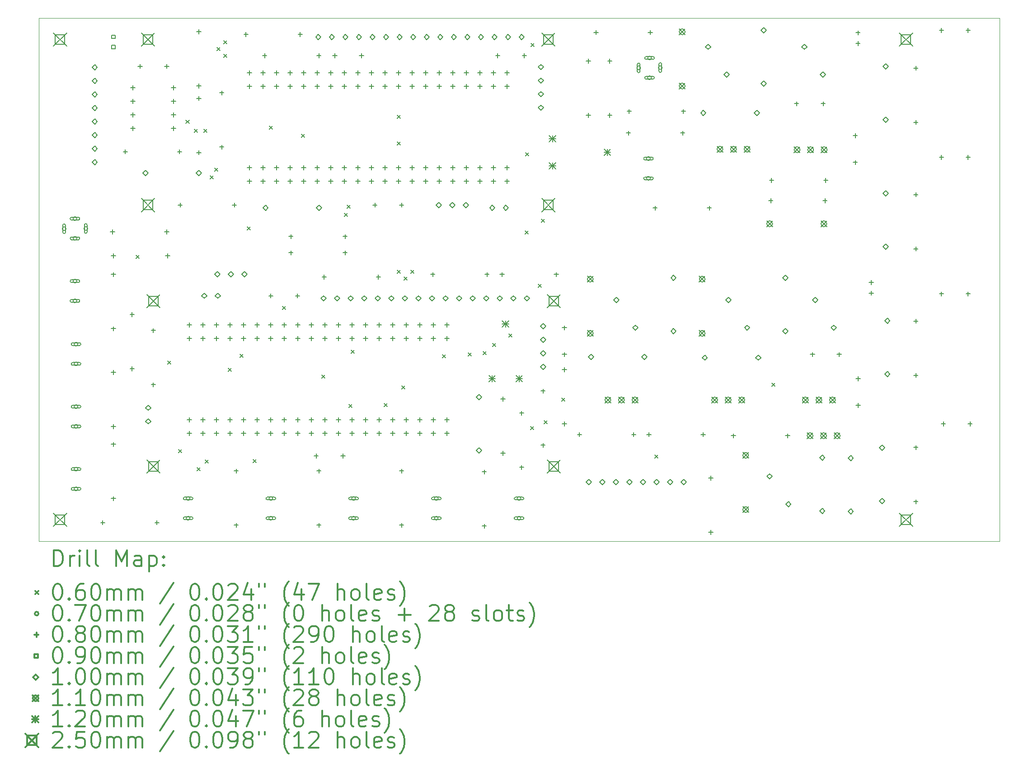
<source format=gbr>
%FSLAX45Y45*%
G04 Gerber Fmt 4.5, Leading zero omitted, Abs format (unit mm)*
G04 Created by KiCad (PCBNEW (5.1.5-0-10_14)) date 2020-04-28 18:14:53*
%MOMM*%
%LPD*%
G04 APERTURE LIST*
%TA.AperFunction,Profile*%
%ADD10C,0.050000*%
%TD*%
%ADD11C,0.200000*%
%ADD12C,0.300000*%
G04 APERTURE END LIST*
D10*
X2735785Y-13086938D02*
X2735785Y-3286938D01*
X11835785Y-3286938D02*
X20735785Y-3286938D01*
X2735785Y-3286938D02*
X11835785Y-3286938D01*
X20735785Y-13086938D02*
X2735785Y-13086938D01*
X20735785Y-3286938D02*
X20735785Y-13086938D01*
D11*
X4559985Y-7727338D02*
X4619985Y-7787338D01*
X4619985Y-7727338D02*
X4559985Y-7787338D01*
X5152906Y-9709818D02*
X5212906Y-9769818D01*
X5212906Y-9709818D02*
X5152906Y-9769818D01*
X5355785Y-11372238D02*
X5415785Y-11432238D01*
X5415785Y-11372238D02*
X5355785Y-11432238D01*
X5495086Y-5195759D02*
X5555086Y-5255759D01*
X5555086Y-5195759D02*
X5495086Y-5255759D01*
X5652185Y-5365138D02*
X5712185Y-5425138D01*
X5712185Y-5365138D02*
X5652185Y-5425138D01*
X5705785Y-11706938D02*
X5765785Y-11766938D01*
X5765785Y-11706938D02*
X5705785Y-11766938D01*
X5829985Y-5365138D02*
X5889985Y-5425138D01*
X5889985Y-5365138D02*
X5829985Y-5425138D01*
X5855385Y-11562738D02*
X5915385Y-11622738D01*
X5915385Y-11562738D02*
X5855385Y-11622738D01*
X5944285Y-6241438D02*
X6004285Y-6301438D01*
X6004285Y-6241438D02*
X5944285Y-6301438D01*
X6033185Y-6091938D02*
X6093185Y-6151938D01*
X6093185Y-6091938D02*
X6033185Y-6151938D01*
X6287185Y-9847337D02*
X6347185Y-9907337D01*
X6347185Y-9847337D02*
X6287185Y-9907337D01*
X6503085Y-9581538D02*
X6563085Y-9641538D01*
X6563085Y-9581538D02*
X6503085Y-9641538D01*
X6642785Y-7193938D02*
X6702785Y-7253938D01*
X6702785Y-7193938D02*
X6642785Y-7253938D01*
X6755785Y-11556938D02*
X6815785Y-11616938D01*
X6815785Y-11556938D02*
X6755785Y-11616938D01*
X7055785Y-5306938D02*
X7115785Y-5366938D01*
X7115785Y-5306938D02*
X7055785Y-5366938D01*
X7303185Y-8681637D02*
X7363185Y-8741637D01*
X7363185Y-8681637D02*
X7303185Y-8741637D01*
X7655785Y-5456938D02*
X7715785Y-5516938D01*
X7715785Y-5456938D02*
X7655785Y-5516938D01*
X8039785Y-9975238D02*
X8099785Y-10035238D01*
X8099785Y-9975238D02*
X8039785Y-10035238D01*
X8458885Y-6939938D02*
X8518885Y-6999938D01*
X8518885Y-6939938D02*
X8458885Y-6999938D01*
X8509685Y-6787538D02*
X8569685Y-6847538D01*
X8569685Y-6787538D02*
X8509685Y-6847538D01*
X8547785Y-10521338D02*
X8607785Y-10581338D01*
X8607785Y-10521338D02*
X8547785Y-10581338D01*
X8585885Y-9505338D02*
X8645885Y-9565338D01*
X8645885Y-9505338D02*
X8585885Y-9565338D01*
X9204785Y-10508638D02*
X9264785Y-10568638D01*
X9264785Y-10508638D02*
X9204785Y-10568638D01*
X9455785Y-5106938D02*
X9515785Y-5166938D01*
X9515785Y-5106938D02*
X9455785Y-5166938D01*
X9455785Y-5606938D02*
X9515785Y-5666938D01*
X9515785Y-5606938D02*
X9455785Y-5666938D01*
X9538385Y-10178438D02*
X9598385Y-10238438D01*
X9598385Y-10178438D02*
X9538385Y-10238438D01*
X10300385Y-9594238D02*
X10360385Y-9654238D01*
X10360385Y-9594238D02*
X10300385Y-9654238D01*
X10782985Y-9556938D02*
X10842985Y-9616938D01*
X10842985Y-9556938D02*
X10782985Y-9616938D01*
X11062385Y-9530738D02*
X11122385Y-9590738D01*
X11122385Y-9530738D02*
X11062385Y-9590738D01*
X11240185Y-9378338D02*
X11300185Y-9438338D01*
X11300185Y-9378338D02*
X11240185Y-9438338D01*
X11544985Y-9200538D02*
X11604985Y-9260538D01*
X11604985Y-9200538D02*
X11544985Y-9260538D01*
X11849785Y-7270137D02*
X11909785Y-7330137D01*
X11909785Y-7270137D02*
X11849785Y-7330137D01*
X11855785Y-5806938D02*
X11915785Y-5866938D01*
X11915785Y-5806938D02*
X11855785Y-5866938D01*
X11951385Y-10940438D02*
X12011385Y-11000438D01*
X12011385Y-10940438D02*
X11951385Y-11000438D01*
X11955785Y-3756938D02*
X12015785Y-3816938D01*
X12015785Y-3756938D02*
X11955785Y-3816938D01*
X12091085Y-8273438D02*
X12151085Y-8333438D01*
X12151085Y-8273438D02*
X12091085Y-8333438D01*
X12154585Y-7054437D02*
X12214585Y-7114437D01*
X12214585Y-7054437D02*
X12154585Y-7114437D01*
X12205385Y-10826138D02*
X12265385Y-10886138D01*
X12265385Y-10826138D02*
X12205385Y-10886138D01*
X12535585Y-10407038D02*
X12595585Y-10467038D01*
X12595585Y-10407038D02*
X12535585Y-10467038D01*
X14275485Y-11473838D02*
X14335485Y-11533838D01*
X14335485Y-11473838D02*
X14275485Y-11533838D01*
X16472585Y-10127638D02*
X16532585Y-10187638D01*
X16532585Y-10127638D02*
X16472585Y-10187638D01*
X9451785Y-8006938D02*
X9511785Y-8066938D01*
X9511785Y-8006938D02*
X9451785Y-8066938D01*
X9578785Y-8133938D02*
X9638785Y-8193938D01*
X9638785Y-8133938D02*
X9578785Y-8193938D01*
X9705785Y-8006938D02*
X9765785Y-8066938D01*
X9765785Y-8006938D02*
X9705785Y-8066938D01*
X6078785Y-3829938D02*
X6138785Y-3889938D01*
X6138785Y-3829938D02*
X6078785Y-3889938D01*
X6205785Y-3702938D02*
X6265785Y-3762938D01*
X6265785Y-3702938D02*
X6205785Y-3762938D01*
X6205785Y-3956938D02*
X6265785Y-4016938D01*
X6265785Y-3956938D02*
X6205785Y-4016938D01*
X8670785Y-12286938D02*
G75*
G03X8670785Y-12286938I-35000J0D01*
G01*
X8700785Y-12261938D02*
X8570785Y-12261938D01*
X8700785Y-12311938D02*
X8570785Y-12311938D01*
X8570785Y-12261938D02*
G75*
G03X8570785Y-12311938I0J-25000D01*
G01*
X8700785Y-12311938D02*
G75*
G03X8700785Y-12261938I0J25000D01*
G01*
X8670785Y-12656938D02*
G75*
G03X8670785Y-12656938I-35000J0D01*
G01*
X8700785Y-12631938D02*
X8570785Y-12631938D01*
X8700785Y-12681938D02*
X8570785Y-12681938D01*
X8570785Y-12631938D02*
G75*
G03X8570785Y-12681938I0J-25000D01*
G01*
X8700785Y-12681938D02*
G75*
G03X8700785Y-12631938I0J25000D01*
G01*
X14013285Y-4216938D02*
G75*
G03X14013285Y-4216938I-35000J0D01*
G01*
X14003285Y-4281938D02*
X14003285Y-4151938D01*
X13953285Y-4281938D02*
X13953285Y-4151938D01*
X14003285Y-4151938D02*
G75*
G03X13953285Y-4151938I-25000J0D01*
G01*
X13953285Y-4281938D02*
G75*
G03X14003285Y-4281938I25000J0D01*
G01*
X14215785Y-4031938D02*
G75*
G03X14215785Y-4031938I-35000J0D01*
G01*
X14245785Y-4006938D02*
X14115785Y-4006938D01*
X14245785Y-4056938D02*
X14115785Y-4056938D01*
X14115785Y-4006938D02*
G75*
G03X14115785Y-4056938I0J-25000D01*
G01*
X14245785Y-4056938D02*
G75*
G03X14245785Y-4006938I0J25000D01*
G01*
X14215785Y-4401938D02*
G75*
G03X14215785Y-4401938I-35000J0D01*
G01*
X14245785Y-4376938D02*
X14115785Y-4376938D01*
X14245785Y-4426938D02*
X14115785Y-4426938D01*
X14115785Y-4376938D02*
G75*
G03X14115785Y-4426938I0J-25000D01*
G01*
X14245785Y-4426938D02*
G75*
G03X14245785Y-4376938I0J25000D01*
G01*
X14418285Y-4211938D02*
G75*
G03X14418285Y-4211938I-35000J0D01*
G01*
X14408285Y-4276938D02*
X14408285Y-4146938D01*
X14358285Y-4276938D02*
X14358285Y-4146938D01*
X14408285Y-4146938D02*
G75*
G03X14358285Y-4146938I-25000J0D01*
G01*
X14358285Y-4276938D02*
G75*
G03X14408285Y-4276938I25000J0D01*
G01*
X5570785Y-12286938D02*
G75*
G03X5570785Y-12286938I-35000J0D01*
G01*
X5600785Y-12261938D02*
X5470785Y-12261938D01*
X5600785Y-12311938D02*
X5470785Y-12311938D01*
X5470785Y-12261938D02*
G75*
G03X5470785Y-12311938I0J-25000D01*
G01*
X5600785Y-12311938D02*
G75*
G03X5600785Y-12261938I0J25000D01*
G01*
X5570785Y-12656938D02*
G75*
G03X5570785Y-12656938I-35000J0D01*
G01*
X5600785Y-12631938D02*
X5470785Y-12631938D01*
X5600785Y-12681938D02*
X5470785Y-12681938D01*
X5470785Y-12631938D02*
G75*
G03X5470785Y-12681938I0J-25000D01*
G01*
X5600785Y-12681938D02*
G75*
G03X5600785Y-12631938I0J25000D01*
G01*
X3470785Y-9394438D02*
G75*
G03X3470785Y-9394438I-35000J0D01*
G01*
X3500785Y-9369438D02*
X3370785Y-9369438D01*
X3500785Y-9419438D02*
X3370785Y-9419438D01*
X3370785Y-9369438D02*
G75*
G03X3370785Y-9419438I0J-25000D01*
G01*
X3500785Y-9419438D02*
G75*
G03X3500785Y-9369438I0J25000D01*
G01*
X3470785Y-9764438D02*
G75*
G03X3470785Y-9764438I-35000J0D01*
G01*
X3500785Y-9739438D02*
X3370785Y-9739438D01*
X3500785Y-9789438D02*
X3370785Y-9789438D01*
X3370785Y-9739438D02*
G75*
G03X3370785Y-9789438I0J-25000D01*
G01*
X3500785Y-9789438D02*
G75*
G03X3500785Y-9739438I0J25000D01*
G01*
X10220785Y-12286938D02*
G75*
G03X10220785Y-12286938I-35000J0D01*
G01*
X10250785Y-12261938D02*
X10120785Y-12261938D01*
X10250785Y-12311938D02*
X10120785Y-12311938D01*
X10120785Y-12261938D02*
G75*
G03X10120785Y-12311938I0J-25000D01*
G01*
X10250785Y-12311938D02*
G75*
G03X10250785Y-12261938I0J25000D01*
G01*
X10220785Y-12656938D02*
G75*
G03X10220785Y-12656938I-35000J0D01*
G01*
X10250785Y-12631938D02*
X10120785Y-12631938D01*
X10250785Y-12681938D02*
X10120785Y-12681938D01*
X10120785Y-12631938D02*
G75*
G03X10120785Y-12681938I0J-25000D01*
G01*
X10250785Y-12681938D02*
G75*
G03X10250785Y-12631938I0J25000D01*
G01*
X3450785Y-8213188D02*
G75*
G03X3450785Y-8213188I-35000J0D01*
G01*
X3350785Y-8238188D02*
X3480785Y-8238188D01*
X3350785Y-8188188D02*
X3480785Y-8188188D01*
X3480785Y-8238188D02*
G75*
G03X3480785Y-8188188I0J25000D01*
G01*
X3350785Y-8188188D02*
G75*
G03X3350785Y-8238188I0J-25000D01*
G01*
X3450785Y-8583188D02*
G75*
G03X3450785Y-8583188I-35000J0D01*
G01*
X3350785Y-8608188D02*
X3480785Y-8608188D01*
X3350785Y-8558188D02*
X3480785Y-8558188D01*
X3480785Y-8608188D02*
G75*
G03X3480785Y-8558188I0J25000D01*
G01*
X3350785Y-8558188D02*
G75*
G03X3350785Y-8608188I0J-25000D01*
G01*
X11770785Y-12286938D02*
G75*
G03X11770785Y-12286938I-35000J0D01*
G01*
X11800785Y-12261938D02*
X11670785Y-12261938D01*
X11800785Y-12311938D02*
X11670785Y-12311938D01*
X11670785Y-12261938D02*
G75*
G03X11670785Y-12311938I0J-25000D01*
G01*
X11800785Y-12311938D02*
G75*
G03X11800785Y-12261938I0J25000D01*
G01*
X11770785Y-12656938D02*
G75*
G03X11770785Y-12656938I-35000J0D01*
G01*
X11800785Y-12631938D02*
X11670785Y-12631938D01*
X11800785Y-12681938D02*
X11670785Y-12681938D01*
X11670785Y-12631938D02*
G75*
G03X11670785Y-12681938I0J-25000D01*
G01*
X11800785Y-12681938D02*
G75*
G03X11800785Y-12631938I0J25000D01*
G01*
X3248285Y-7231938D02*
G75*
G03X3248285Y-7231938I-35000J0D01*
G01*
X3188285Y-7166938D02*
X3188285Y-7296938D01*
X3238285Y-7166938D02*
X3238285Y-7296938D01*
X3188285Y-7296938D02*
G75*
G03X3238285Y-7296938I25000J0D01*
G01*
X3238285Y-7166938D02*
G75*
G03X3188285Y-7166938I-25000J0D01*
G01*
X3450785Y-7041938D02*
G75*
G03X3450785Y-7041938I-35000J0D01*
G01*
X3350785Y-7066938D02*
X3480785Y-7066938D01*
X3350785Y-7016938D02*
X3480785Y-7016938D01*
X3480785Y-7066938D02*
G75*
G03X3480785Y-7016938I0J25000D01*
G01*
X3350785Y-7016938D02*
G75*
G03X3350785Y-7066938I0J-25000D01*
G01*
X3450785Y-7411938D02*
G75*
G03X3450785Y-7411938I-35000J0D01*
G01*
X3350785Y-7436938D02*
X3480785Y-7436938D01*
X3350785Y-7386938D02*
X3480785Y-7386938D01*
X3480785Y-7436938D02*
G75*
G03X3480785Y-7386938I0J25000D01*
G01*
X3350785Y-7386938D02*
G75*
G03X3350785Y-7436938I0J-25000D01*
G01*
X3653285Y-7226938D02*
G75*
G03X3653285Y-7226938I-35000J0D01*
G01*
X3593285Y-7161938D02*
X3593285Y-7291938D01*
X3643285Y-7161938D02*
X3643285Y-7291938D01*
X3593285Y-7291938D02*
G75*
G03X3643285Y-7291938I25000J0D01*
G01*
X3643285Y-7161938D02*
G75*
G03X3593285Y-7161938I-25000J0D01*
G01*
X3470785Y-11736938D02*
G75*
G03X3470785Y-11736938I-35000J0D01*
G01*
X3500785Y-11711938D02*
X3370785Y-11711938D01*
X3500785Y-11761938D02*
X3370785Y-11761938D01*
X3370785Y-11711938D02*
G75*
G03X3370785Y-11761938I0J-25000D01*
G01*
X3500785Y-11761938D02*
G75*
G03X3500785Y-11711938I0J25000D01*
G01*
X3470785Y-12106938D02*
G75*
G03X3470785Y-12106938I-35000J0D01*
G01*
X3500785Y-12081938D02*
X3370785Y-12081938D01*
X3500785Y-12131938D02*
X3370785Y-12131938D01*
X3370785Y-12081938D02*
G75*
G03X3370785Y-12131938I0J-25000D01*
G01*
X3500785Y-12131938D02*
G75*
G03X3500785Y-12081938I0J25000D01*
G01*
X14195785Y-5916938D02*
G75*
G03X14195785Y-5916938I-35000J0D01*
G01*
X14095785Y-5941938D02*
X14225785Y-5941938D01*
X14095785Y-5891938D02*
X14225785Y-5891938D01*
X14225785Y-5941938D02*
G75*
G03X14225785Y-5891938I0J25000D01*
G01*
X14095785Y-5891938D02*
G75*
G03X14095785Y-5941938I0J-25000D01*
G01*
X14195785Y-6286938D02*
G75*
G03X14195785Y-6286938I-35000J0D01*
G01*
X14095785Y-6311938D02*
X14225785Y-6311938D01*
X14095785Y-6261938D02*
X14225785Y-6261938D01*
X14225785Y-6311938D02*
G75*
G03X14225785Y-6261938I0J25000D01*
G01*
X14095785Y-6261938D02*
G75*
G03X14095785Y-6311938I0J-25000D01*
G01*
X7120785Y-12286938D02*
G75*
G03X7120785Y-12286938I-35000J0D01*
G01*
X7150785Y-12261938D02*
X7020785Y-12261938D01*
X7150785Y-12311938D02*
X7020785Y-12311938D01*
X7020785Y-12261938D02*
G75*
G03X7020785Y-12311938I0J-25000D01*
G01*
X7150785Y-12311938D02*
G75*
G03X7150785Y-12261938I0J25000D01*
G01*
X7120785Y-12656938D02*
G75*
G03X7120785Y-12656938I-35000J0D01*
G01*
X7150785Y-12631938D02*
X7020785Y-12631938D01*
X7150785Y-12681938D02*
X7020785Y-12681938D01*
X7020785Y-12631938D02*
G75*
G03X7020785Y-12681938I0J-25000D01*
G01*
X7150785Y-12681938D02*
G75*
G03X7150785Y-12631938I0J25000D01*
G01*
X3470785Y-10565688D02*
G75*
G03X3470785Y-10565688I-35000J0D01*
G01*
X3500785Y-10540688D02*
X3370785Y-10540688D01*
X3500785Y-10590688D02*
X3370785Y-10590688D01*
X3370785Y-10540688D02*
G75*
G03X3370785Y-10590688I0J-25000D01*
G01*
X3500785Y-10590688D02*
G75*
G03X3500785Y-10540688I0J25000D01*
G01*
X3470785Y-10935688D02*
G75*
G03X3470785Y-10935688I-35000J0D01*
G01*
X3500785Y-10910688D02*
X3370785Y-10910688D01*
X3500785Y-10960688D02*
X3370785Y-10960688D01*
X3370785Y-10910688D02*
G75*
G03X3370785Y-10960688I0J-25000D01*
G01*
X3500785Y-10960688D02*
G75*
G03X3500785Y-10910688I0J25000D01*
G01*
X19650785Y-3471938D02*
X19650785Y-3551938D01*
X19610785Y-3511938D02*
X19690785Y-3511938D01*
X20150785Y-3471938D02*
X20150785Y-3551938D01*
X20110785Y-3511938D02*
X20190785Y-3511938D01*
X16935785Y-4846938D02*
X16935785Y-4926938D01*
X16895785Y-4886938D02*
X16975785Y-4886938D01*
X17435785Y-4846938D02*
X17435785Y-4926938D01*
X17395785Y-4886938D02*
X17475785Y-4886938D01*
X7935785Y-11446938D02*
X7935785Y-11526938D01*
X7895785Y-11486938D02*
X7975785Y-11486938D01*
X8435785Y-11446938D02*
X8435785Y-11526938D01*
X8395785Y-11486938D02*
X8475785Y-11486938D01*
X11435785Y-10380938D02*
X11435785Y-10460938D01*
X11395785Y-10420938D02*
X11475785Y-10420938D01*
X11435785Y-11396938D02*
X11435785Y-11476938D01*
X11395785Y-11436938D02*
X11475785Y-11436938D01*
X7985785Y-11730938D02*
X7985785Y-11810938D01*
X7945785Y-11770938D02*
X8025785Y-11770938D01*
X7985785Y-12746938D02*
X7985785Y-12826938D01*
X7945785Y-12786938D02*
X8025785Y-12786938D01*
X19170785Y-11290938D02*
X19170785Y-11370938D01*
X19130785Y-11330938D02*
X19210785Y-11330938D01*
X19170785Y-12306938D02*
X19170785Y-12386938D01*
X19130785Y-12346938D02*
X19210785Y-12346938D01*
X14284785Y-6802938D02*
X14284785Y-6882938D01*
X14244785Y-6842938D02*
X14324785Y-6842938D01*
X15300785Y-6802938D02*
X15300785Y-6882938D01*
X15260785Y-6842938D02*
X15340785Y-6842938D01*
X15330785Y-11860938D02*
X15330785Y-11940938D01*
X15290785Y-11900938D02*
X15370785Y-11900938D01*
X15330785Y-12876938D02*
X15330785Y-12956938D01*
X15290785Y-12916938D02*
X15370785Y-12916938D01*
X4885785Y-9096938D02*
X4885785Y-9176938D01*
X4845785Y-9136938D02*
X4925785Y-9136938D01*
X4885785Y-10112938D02*
X4885785Y-10192938D01*
X4845785Y-10152938D02*
X4925785Y-10152938D01*
X7460185Y-7336338D02*
X7460185Y-7416338D01*
X7420185Y-7376338D02*
X7500185Y-7376338D01*
X8476185Y-7336338D02*
X8476185Y-7416338D01*
X8436185Y-7376338D02*
X8516185Y-7376338D01*
X7085785Y-8446938D02*
X7085785Y-8526938D01*
X7045785Y-8486938D02*
X7125785Y-8486938D01*
X7585785Y-8446938D02*
X7585785Y-8526938D01*
X7545785Y-8486938D02*
X7625785Y-8486938D01*
X12869785Y-11046938D02*
X12869785Y-11126938D01*
X12829785Y-11086938D02*
X12909785Y-11086938D01*
X13885785Y-11046938D02*
X13885785Y-11126938D01*
X13845785Y-11086938D02*
X13925785Y-11086938D01*
X4135785Y-8046938D02*
X4135785Y-8126938D01*
X4095785Y-8086938D02*
X4175785Y-8086938D01*
X4135785Y-9062938D02*
X4135785Y-9142938D01*
X4095785Y-9102938D02*
X4175785Y-9102938D01*
X13799785Y-4991938D02*
X13799785Y-5071938D01*
X13759785Y-5031938D02*
X13839785Y-5031938D01*
X14815785Y-4991938D02*
X14815785Y-5071938D01*
X14775785Y-5031938D02*
X14855785Y-5031938D01*
X5735785Y-3496938D02*
X5735785Y-3576938D01*
X5695785Y-3536938D02*
X5775785Y-3536938D01*
X5735785Y-4512938D02*
X5735785Y-4592938D01*
X5695785Y-4552938D02*
X5775785Y-4552938D01*
X7460185Y-7641138D02*
X7460185Y-7721138D01*
X7420185Y-7681138D02*
X7500185Y-7681138D01*
X8476185Y-7641138D02*
X8476185Y-7721138D01*
X8436185Y-7681138D02*
X8516185Y-7681138D01*
X10119785Y-8046938D02*
X10119785Y-8126938D01*
X10079785Y-8086938D02*
X10159785Y-8086938D01*
X11135785Y-8046938D02*
X11135785Y-8126938D01*
X11095785Y-8086938D02*
X11175785Y-8086938D01*
X6435785Y-11730938D02*
X6435785Y-11810938D01*
X6395785Y-11770938D02*
X6475785Y-11770938D01*
X6435785Y-12746938D02*
X6435785Y-12826938D01*
X6395785Y-12786938D02*
X6475785Y-12786938D01*
X16451785Y-6663938D02*
X16451785Y-6743938D01*
X16411785Y-6703938D02*
X16491785Y-6703938D01*
X17467785Y-6663938D02*
X17467785Y-6743938D01*
X17427785Y-6703938D02*
X17507785Y-6703938D01*
X4485785Y-8796938D02*
X4485785Y-8876938D01*
X4445785Y-8836938D02*
X4525785Y-8836938D01*
X4485785Y-9812938D02*
X4485785Y-9892938D01*
X4445785Y-9852938D02*
X4525785Y-9852938D01*
X13180785Y-3511938D02*
X13180785Y-3591938D01*
X13140785Y-3551938D02*
X13220785Y-3551938D01*
X14196785Y-3511938D02*
X14196785Y-3591938D01*
X14156785Y-3551938D02*
X14236785Y-3551938D01*
X5735785Y-4746938D02*
X5735785Y-4826938D01*
X5695785Y-4786938D02*
X5775785Y-4786938D01*
X5735785Y-5762938D02*
X5735785Y-5842938D01*
X5695785Y-5802938D02*
X5775785Y-5802938D01*
X12585785Y-9046938D02*
X12585785Y-9126938D01*
X12545785Y-9086938D02*
X12625785Y-9086938D01*
X12585785Y-9546938D02*
X12585785Y-9626938D01*
X12545785Y-9586938D02*
X12625785Y-9586938D01*
X11419785Y-8046938D02*
X11419785Y-8126938D01*
X11379785Y-8086938D02*
X11459785Y-8086938D01*
X12435785Y-8046938D02*
X12435785Y-8126938D01*
X12395785Y-8086938D02*
X12475785Y-8086938D01*
X18335785Y-8196938D02*
X18335785Y-8276938D01*
X18295785Y-8236938D02*
X18375785Y-8236938D01*
X18335785Y-8396938D02*
X18335785Y-8476938D01*
X18295785Y-8436938D02*
X18375785Y-8436938D01*
X19685785Y-10846938D02*
X19685785Y-10926938D01*
X19645785Y-10886938D02*
X19725785Y-10886938D01*
X20185785Y-10846938D02*
X20185785Y-10926938D01*
X20145785Y-10886938D02*
X20225785Y-10886938D01*
X19650785Y-5851938D02*
X19650785Y-5931938D01*
X19610785Y-5891938D02*
X19690785Y-5891938D01*
X20150785Y-5851938D02*
X20150785Y-5931938D01*
X20110785Y-5891938D02*
X20190785Y-5891938D01*
X4135785Y-9880938D02*
X4135785Y-9960938D01*
X4095785Y-9920938D02*
X4175785Y-9920938D01*
X4135785Y-10896938D02*
X4135785Y-10976938D01*
X4095785Y-10936938D02*
X4175785Y-10936938D01*
X16466785Y-6283938D02*
X16466785Y-6363938D01*
X16426785Y-6323938D02*
X16506785Y-6323938D01*
X17482785Y-6283938D02*
X17482785Y-6363938D01*
X17442785Y-6323938D02*
X17522785Y-6323938D01*
X12585785Y-9830938D02*
X12585785Y-9910938D01*
X12545785Y-9870938D02*
X12625785Y-9870938D01*
X12585785Y-10846938D02*
X12585785Y-10926938D01*
X12545785Y-10886938D02*
X12625785Y-10886938D01*
X13035785Y-4046938D02*
X13035785Y-4126938D01*
X12995785Y-4086938D02*
X13075785Y-4086938D01*
X13035785Y-5062938D02*
X13035785Y-5142938D01*
X12995785Y-5102938D02*
X13075785Y-5102938D01*
X4359785Y-5746938D02*
X4359785Y-5826938D01*
X4319785Y-5786938D02*
X4399785Y-5786938D01*
X5375785Y-5746938D02*
X5375785Y-5826938D01*
X5335785Y-5786938D02*
X5415785Y-5786938D01*
X11335785Y-3946938D02*
X11335785Y-4026938D01*
X11295785Y-3986938D02*
X11375785Y-3986938D01*
X11835785Y-3946938D02*
X11835785Y-4026938D01*
X11795785Y-3986938D02*
X11875785Y-3986938D01*
X5559785Y-8992938D02*
X5559785Y-9072938D01*
X5519785Y-9032938D02*
X5599785Y-9032938D01*
X5559785Y-9246938D02*
X5559785Y-9326938D01*
X5519785Y-9286938D02*
X5599785Y-9286938D01*
X5559785Y-10770938D02*
X5559785Y-10850938D01*
X5519785Y-10810938D02*
X5599785Y-10810938D01*
X5559785Y-11024938D02*
X5559785Y-11104938D01*
X5519785Y-11064938D02*
X5599785Y-11064938D01*
X5813785Y-8992938D02*
X5813785Y-9072938D01*
X5773785Y-9032938D02*
X5853785Y-9032938D01*
X5813785Y-9246938D02*
X5813785Y-9326938D01*
X5773785Y-9286938D02*
X5853785Y-9286938D01*
X5813785Y-10770938D02*
X5813785Y-10850938D01*
X5773785Y-10810938D02*
X5853785Y-10810938D01*
X5813785Y-11024938D02*
X5813785Y-11104938D01*
X5773785Y-11064938D02*
X5853785Y-11064938D01*
X6067785Y-8992938D02*
X6067785Y-9072938D01*
X6027785Y-9032938D02*
X6107785Y-9032938D01*
X6067785Y-9246938D02*
X6067785Y-9326938D01*
X6027785Y-9286938D02*
X6107785Y-9286938D01*
X6067785Y-10770938D02*
X6067785Y-10850938D01*
X6027785Y-10810938D02*
X6107785Y-10810938D01*
X6067785Y-11024938D02*
X6067785Y-11104938D01*
X6027785Y-11064938D02*
X6107785Y-11064938D01*
X6321785Y-8992938D02*
X6321785Y-9072938D01*
X6281785Y-9032938D02*
X6361785Y-9032938D01*
X6321785Y-9246938D02*
X6321785Y-9326938D01*
X6281785Y-9286938D02*
X6361785Y-9286938D01*
X6321785Y-10770938D02*
X6321785Y-10850938D01*
X6281785Y-10810938D02*
X6361785Y-10810938D01*
X6321785Y-11024938D02*
X6321785Y-11104938D01*
X6281785Y-11064938D02*
X6361785Y-11064938D01*
X6575785Y-8992938D02*
X6575785Y-9072938D01*
X6535785Y-9032938D02*
X6615785Y-9032938D01*
X6575785Y-9246938D02*
X6575785Y-9326938D01*
X6535785Y-9286938D02*
X6615785Y-9286938D01*
X6575785Y-10770938D02*
X6575785Y-10850938D01*
X6535785Y-10810938D02*
X6615785Y-10810938D01*
X6575785Y-11024938D02*
X6575785Y-11104938D01*
X6535785Y-11064938D02*
X6615785Y-11064938D01*
X6829785Y-8992938D02*
X6829785Y-9072938D01*
X6789785Y-9032938D02*
X6869785Y-9032938D01*
X6829785Y-9246938D02*
X6829785Y-9326938D01*
X6789785Y-9286938D02*
X6869785Y-9286938D01*
X6829785Y-10770938D02*
X6829785Y-10850938D01*
X6789785Y-10810938D02*
X6869785Y-10810938D01*
X6829785Y-11024938D02*
X6829785Y-11104938D01*
X6789785Y-11064938D02*
X6869785Y-11064938D01*
X7083785Y-8992938D02*
X7083785Y-9072938D01*
X7043785Y-9032938D02*
X7123785Y-9032938D01*
X7083785Y-9246938D02*
X7083785Y-9326938D01*
X7043785Y-9286938D02*
X7123785Y-9286938D01*
X7083785Y-10770938D02*
X7083785Y-10850938D01*
X7043785Y-10810938D02*
X7123785Y-10810938D01*
X7083785Y-11024938D02*
X7083785Y-11104938D01*
X7043785Y-11064938D02*
X7123785Y-11064938D01*
X7337785Y-8992938D02*
X7337785Y-9072938D01*
X7297785Y-9032938D02*
X7377785Y-9032938D01*
X7337785Y-9246938D02*
X7337785Y-9326938D01*
X7297785Y-9286938D02*
X7377785Y-9286938D01*
X7337785Y-10770938D02*
X7337785Y-10850938D01*
X7297785Y-10810938D02*
X7377785Y-10810938D01*
X7337785Y-11024938D02*
X7337785Y-11104938D01*
X7297785Y-11064938D02*
X7377785Y-11064938D01*
X7591785Y-8992938D02*
X7591785Y-9072938D01*
X7551785Y-9032938D02*
X7631785Y-9032938D01*
X7591785Y-9246938D02*
X7591785Y-9326938D01*
X7551785Y-9286938D02*
X7631785Y-9286938D01*
X7591785Y-10770938D02*
X7591785Y-10850938D01*
X7551785Y-10810938D02*
X7631785Y-10810938D01*
X7591785Y-11024938D02*
X7591785Y-11104938D01*
X7551785Y-11064938D02*
X7631785Y-11064938D01*
X7845785Y-8992938D02*
X7845785Y-9072938D01*
X7805785Y-9032938D02*
X7885785Y-9032938D01*
X7845785Y-9246938D02*
X7845785Y-9326938D01*
X7805785Y-9286938D02*
X7885785Y-9286938D01*
X7845785Y-10770938D02*
X7845785Y-10850938D01*
X7805785Y-10810938D02*
X7885785Y-10810938D01*
X7845785Y-11024938D02*
X7845785Y-11104938D01*
X7805785Y-11064938D02*
X7885785Y-11064938D01*
X8099785Y-8992938D02*
X8099785Y-9072938D01*
X8059785Y-9032938D02*
X8139785Y-9032938D01*
X8099785Y-9246938D02*
X8099785Y-9326938D01*
X8059785Y-9286938D02*
X8139785Y-9286938D01*
X8099785Y-10770938D02*
X8099785Y-10850938D01*
X8059785Y-10810938D02*
X8139785Y-10810938D01*
X8099785Y-11024938D02*
X8099785Y-11104938D01*
X8059785Y-11064938D02*
X8139785Y-11064938D01*
X8353785Y-8992938D02*
X8353785Y-9072938D01*
X8313785Y-9032938D02*
X8393785Y-9032938D01*
X8353785Y-9246938D02*
X8353785Y-9326938D01*
X8313785Y-9286938D02*
X8393785Y-9286938D01*
X8353785Y-10770938D02*
X8353785Y-10850938D01*
X8313785Y-10810938D02*
X8393785Y-10810938D01*
X8353785Y-11024938D02*
X8353785Y-11104938D01*
X8313785Y-11064938D02*
X8393785Y-11064938D01*
X8607785Y-8992938D02*
X8607785Y-9072938D01*
X8567785Y-9032938D02*
X8647785Y-9032938D01*
X8607785Y-9246938D02*
X8607785Y-9326938D01*
X8567785Y-9286938D02*
X8647785Y-9286938D01*
X8607785Y-10770938D02*
X8607785Y-10850938D01*
X8567785Y-10810938D02*
X8647785Y-10810938D01*
X8607785Y-11024938D02*
X8607785Y-11104938D01*
X8567785Y-11064938D02*
X8647785Y-11064938D01*
X8861785Y-8992938D02*
X8861785Y-9072938D01*
X8821785Y-9032938D02*
X8901785Y-9032938D01*
X8861785Y-9246938D02*
X8861785Y-9326938D01*
X8821785Y-9286938D02*
X8901785Y-9286938D01*
X8861785Y-10770938D02*
X8861785Y-10850938D01*
X8821785Y-10810938D02*
X8901785Y-10810938D01*
X8861785Y-11024938D02*
X8861785Y-11104938D01*
X8821785Y-11064938D02*
X8901785Y-11064938D01*
X9115785Y-8992938D02*
X9115785Y-9072938D01*
X9075785Y-9032938D02*
X9155785Y-9032938D01*
X9115785Y-9246938D02*
X9115785Y-9326938D01*
X9075785Y-9286938D02*
X9155785Y-9286938D01*
X9115785Y-10770938D02*
X9115785Y-10850938D01*
X9075785Y-10810938D02*
X9155785Y-10810938D01*
X9115785Y-11024938D02*
X9115785Y-11104938D01*
X9075785Y-11064938D02*
X9155785Y-11064938D01*
X9369785Y-8992938D02*
X9369785Y-9072938D01*
X9329785Y-9032938D02*
X9409785Y-9032938D01*
X9369785Y-9246938D02*
X9369785Y-9326938D01*
X9329785Y-9286938D02*
X9409785Y-9286938D01*
X9369785Y-10770938D02*
X9369785Y-10850938D01*
X9329785Y-10810938D02*
X9409785Y-10810938D01*
X9369785Y-11024938D02*
X9369785Y-11104938D01*
X9329785Y-11064938D02*
X9409785Y-11064938D01*
X9623785Y-8992938D02*
X9623785Y-9072938D01*
X9583785Y-9032938D02*
X9663785Y-9032938D01*
X9623785Y-9246938D02*
X9623785Y-9326938D01*
X9583785Y-9286938D02*
X9663785Y-9286938D01*
X9623785Y-10770938D02*
X9623785Y-10850938D01*
X9583785Y-10810938D02*
X9663785Y-10810938D01*
X9623785Y-11024938D02*
X9623785Y-11104938D01*
X9583785Y-11064938D02*
X9663785Y-11064938D01*
X9877785Y-8992938D02*
X9877785Y-9072938D01*
X9837785Y-9032938D02*
X9917785Y-9032938D01*
X9877785Y-9246938D02*
X9877785Y-9326938D01*
X9837785Y-9286938D02*
X9917785Y-9286938D01*
X9877785Y-10770938D02*
X9877785Y-10850938D01*
X9837785Y-10810938D02*
X9917785Y-10810938D01*
X9877785Y-11024938D02*
X9877785Y-11104938D01*
X9837785Y-11064938D02*
X9917785Y-11064938D01*
X10131785Y-8992938D02*
X10131785Y-9072938D01*
X10091785Y-9032938D02*
X10171785Y-9032938D01*
X10131785Y-9246938D02*
X10131785Y-9326938D01*
X10091785Y-9286938D02*
X10171785Y-9286938D01*
X10131785Y-10770938D02*
X10131785Y-10850938D01*
X10091785Y-10810938D02*
X10171785Y-10810938D01*
X10131785Y-11024938D02*
X10131785Y-11104938D01*
X10091785Y-11064938D02*
X10171785Y-11064938D01*
X10385785Y-8992938D02*
X10385785Y-9072938D01*
X10345785Y-9032938D02*
X10425785Y-9032938D01*
X10385785Y-9246938D02*
X10385785Y-9326938D01*
X10345785Y-9286938D02*
X10425785Y-9286938D01*
X10385785Y-10770938D02*
X10385785Y-10850938D01*
X10345785Y-10810938D02*
X10425785Y-10810938D01*
X10385785Y-11024938D02*
X10385785Y-11104938D01*
X10345785Y-11064938D02*
X10425785Y-11064938D01*
X8285785Y-3946938D02*
X8285785Y-4026938D01*
X8245785Y-3986938D02*
X8325785Y-3986938D01*
X8785785Y-3946938D02*
X8785785Y-4026938D01*
X8745785Y-3986938D02*
X8825785Y-3986938D01*
X9035785Y-6746938D02*
X9035785Y-6826938D01*
X8995785Y-6786938D02*
X9075785Y-6786938D01*
X9535785Y-6746938D02*
X9535785Y-6826938D01*
X9495785Y-6786938D02*
X9575785Y-6786938D01*
X6969785Y-3946938D02*
X6969785Y-4026938D01*
X6929785Y-3986938D02*
X7009785Y-3986938D01*
X7985785Y-3946938D02*
X7985785Y-4026938D01*
X7945785Y-3986938D02*
X8025785Y-3986938D01*
X19650785Y-8411938D02*
X19650785Y-8491938D01*
X19610785Y-8451938D02*
X19690785Y-8451938D01*
X20150785Y-8411938D02*
X20150785Y-8491938D01*
X20110785Y-8451938D02*
X20190785Y-8451938D01*
X6685785Y-4268938D02*
X6685785Y-4348938D01*
X6645785Y-4308938D02*
X6725785Y-4308938D01*
X6685785Y-4522938D02*
X6685785Y-4602938D01*
X6645785Y-4562938D02*
X6725785Y-4562938D01*
X6685785Y-6046938D02*
X6685785Y-6126938D01*
X6645785Y-6086938D02*
X6725785Y-6086938D01*
X6685785Y-6300938D02*
X6685785Y-6380938D01*
X6645785Y-6340938D02*
X6725785Y-6340938D01*
X6939785Y-4268938D02*
X6939785Y-4348938D01*
X6899785Y-4308938D02*
X6979785Y-4308938D01*
X6939785Y-4522938D02*
X6939785Y-4602938D01*
X6899785Y-4562938D02*
X6979785Y-4562938D01*
X6939785Y-6046938D02*
X6939785Y-6126938D01*
X6899785Y-6086938D02*
X6979785Y-6086938D01*
X6939785Y-6300938D02*
X6939785Y-6380938D01*
X6899785Y-6340938D02*
X6979785Y-6340938D01*
X7193785Y-4268938D02*
X7193785Y-4348938D01*
X7153785Y-4308938D02*
X7233785Y-4308938D01*
X7193785Y-4522938D02*
X7193785Y-4602938D01*
X7153785Y-4562938D02*
X7233785Y-4562938D01*
X7193785Y-6046938D02*
X7193785Y-6126938D01*
X7153785Y-6086938D02*
X7233785Y-6086938D01*
X7193785Y-6300938D02*
X7193785Y-6380938D01*
X7153785Y-6340938D02*
X7233785Y-6340938D01*
X7447785Y-4268938D02*
X7447785Y-4348938D01*
X7407785Y-4308938D02*
X7487785Y-4308938D01*
X7447785Y-4522938D02*
X7447785Y-4602938D01*
X7407785Y-4562938D02*
X7487785Y-4562938D01*
X7447785Y-6046938D02*
X7447785Y-6126938D01*
X7407785Y-6086938D02*
X7487785Y-6086938D01*
X7447785Y-6300938D02*
X7447785Y-6380938D01*
X7407785Y-6340938D02*
X7487785Y-6340938D01*
X7701785Y-4268938D02*
X7701785Y-4348938D01*
X7661785Y-4308938D02*
X7741785Y-4308938D01*
X7701785Y-4522938D02*
X7701785Y-4602938D01*
X7661785Y-4562938D02*
X7741785Y-4562938D01*
X7701785Y-6046938D02*
X7701785Y-6126938D01*
X7661785Y-6086938D02*
X7741785Y-6086938D01*
X7701785Y-6300938D02*
X7701785Y-6380938D01*
X7661785Y-6340938D02*
X7741785Y-6340938D01*
X7955785Y-4268938D02*
X7955785Y-4348938D01*
X7915785Y-4308938D02*
X7995785Y-4308938D01*
X7955785Y-4522938D02*
X7955785Y-4602938D01*
X7915785Y-4562938D02*
X7995785Y-4562938D01*
X7955785Y-6046938D02*
X7955785Y-6126938D01*
X7915785Y-6086938D02*
X7995785Y-6086938D01*
X7955785Y-6300938D02*
X7955785Y-6380938D01*
X7915785Y-6340938D02*
X7995785Y-6340938D01*
X8209785Y-4268938D02*
X8209785Y-4348938D01*
X8169785Y-4308938D02*
X8249785Y-4308938D01*
X8209785Y-4522938D02*
X8209785Y-4602938D01*
X8169785Y-4562938D02*
X8249785Y-4562938D01*
X8209785Y-6046938D02*
X8209785Y-6126938D01*
X8169785Y-6086938D02*
X8249785Y-6086938D01*
X8209785Y-6300938D02*
X8209785Y-6380938D01*
X8169785Y-6340938D02*
X8249785Y-6340938D01*
X8463785Y-4268938D02*
X8463785Y-4348938D01*
X8423785Y-4308938D02*
X8503785Y-4308938D01*
X8463785Y-4522938D02*
X8463785Y-4602938D01*
X8423785Y-4562938D02*
X8503785Y-4562938D01*
X8463785Y-6046938D02*
X8463785Y-6126938D01*
X8423785Y-6086938D02*
X8503785Y-6086938D01*
X8463785Y-6300938D02*
X8463785Y-6380938D01*
X8423785Y-6340938D02*
X8503785Y-6340938D01*
X8717785Y-4268938D02*
X8717785Y-4348938D01*
X8677785Y-4308938D02*
X8757785Y-4308938D01*
X8717785Y-4522938D02*
X8717785Y-4602938D01*
X8677785Y-4562938D02*
X8757785Y-4562938D01*
X8717785Y-6046938D02*
X8717785Y-6126938D01*
X8677785Y-6086938D02*
X8757785Y-6086938D01*
X8717785Y-6300938D02*
X8717785Y-6380938D01*
X8677785Y-6340938D02*
X8757785Y-6340938D01*
X8971785Y-4268938D02*
X8971785Y-4348938D01*
X8931785Y-4308938D02*
X9011785Y-4308938D01*
X8971785Y-4522938D02*
X8971785Y-4602938D01*
X8931785Y-4562938D02*
X9011785Y-4562938D01*
X8971785Y-6046938D02*
X8971785Y-6126938D01*
X8931785Y-6086938D02*
X9011785Y-6086938D01*
X8971785Y-6300938D02*
X8971785Y-6380938D01*
X8931785Y-6340938D02*
X9011785Y-6340938D01*
X9225785Y-4268938D02*
X9225785Y-4348938D01*
X9185785Y-4308938D02*
X9265785Y-4308938D01*
X9225785Y-4522938D02*
X9225785Y-4602938D01*
X9185785Y-4562938D02*
X9265785Y-4562938D01*
X9225785Y-6046938D02*
X9225785Y-6126938D01*
X9185785Y-6086938D02*
X9265785Y-6086938D01*
X9225785Y-6300938D02*
X9225785Y-6380938D01*
X9185785Y-6340938D02*
X9265785Y-6340938D01*
X9479785Y-4268938D02*
X9479785Y-4348938D01*
X9439785Y-4308938D02*
X9519785Y-4308938D01*
X9479785Y-4522938D02*
X9479785Y-4602938D01*
X9439785Y-4562938D02*
X9519785Y-4562938D01*
X9479785Y-6046938D02*
X9479785Y-6126938D01*
X9439785Y-6086938D02*
X9519785Y-6086938D01*
X9479785Y-6300938D02*
X9479785Y-6380938D01*
X9439785Y-6340938D02*
X9519785Y-6340938D01*
X9733785Y-4268938D02*
X9733785Y-4348938D01*
X9693785Y-4308938D02*
X9773785Y-4308938D01*
X9733785Y-4522938D02*
X9733785Y-4602938D01*
X9693785Y-4562938D02*
X9773785Y-4562938D01*
X9733785Y-6046938D02*
X9733785Y-6126938D01*
X9693785Y-6086938D02*
X9773785Y-6086938D01*
X9733785Y-6300938D02*
X9733785Y-6380938D01*
X9693785Y-6340938D02*
X9773785Y-6340938D01*
X9987785Y-4268938D02*
X9987785Y-4348938D01*
X9947785Y-4308938D02*
X10027785Y-4308938D01*
X9987785Y-4522938D02*
X9987785Y-4602938D01*
X9947785Y-4562938D02*
X10027785Y-4562938D01*
X9987785Y-6046938D02*
X9987785Y-6126938D01*
X9947785Y-6086938D02*
X10027785Y-6086938D01*
X9987785Y-6300938D02*
X9987785Y-6380938D01*
X9947785Y-6340938D02*
X10027785Y-6340938D01*
X10241785Y-4268938D02*
X10241785Y-4348938D01*
X10201785Y-4308938D02*
X10281785Y-4308938D01*
X10241785Y-4522938D02*
X10241785Y-4602938D01*
X10201785Y-4562938D02*
X10281785Y-4562938D01*
X10241785Y-6046938D02*
X10241785Y-6126938D01*
X10201785Y-6086938D02*
X10281785Y-6086938D01*
X10241785Y-6300938D02*
X10241785Y-6380938D01*
X10201785Y-6340938D02*
X10281785Y-6340938D01*
X10495785Y-4268938D02*
X10495785Y-4348938D01*
X10455785Y-4308938D02*
X10535785Y-4308938D01*
X10495785Y-4522938D02*
X10495785Y-4602938D01*
X10455785Y-4562938D02*
X10535785Y-4562938D01*
X10495785Y-6046938D02*
X10495785Y-6126938D01*
X10455785Y-6086938D02*
X10535785Y-6086938D01*
X10495785Y-6300938D02*
X10495785Y-6380938D01*
X10455785Y-6340938D02*
X10535785Y-6340938D01*
X10749785Y-4268938D02*
X10749785Y-4348938D01*
X10709785Y-4308938D02*
X10789785Y-4308938D01*
X10749785Y-4522938D02*
X10749785Y-4602938D01*
X10709785Y-4562938D02*
X10789785Y-4562938D01*
X10749785Y-6046938D02*
X10749785Y-6126938D01*
X10709785Y-6086938D02*
X10789785Y-6086938D01*
X10749785Y-6300938D02*
X10749785Y-6380938D01*
X10709785Y-6340938D02*
X10789785Y-6340938D01*
X11003785Y-4268938D02*
X11003785Y-4348938D01*
X10963785Y-4308938D02*
X11043785Y-4308938D01*
X11003785Y-4522938D02*
X11003785Y-4602938D01*
X10963785Y-4562938D02*
X11043785Y-4562938D01*
X11003785Y-6046938D02*
X11003785Y-6126938D01*
X10963785Y-6086938D02*
X11043785Y-6086938D01*
X11003785Y-6300938D02*
X11003785Y-6380938D01*
X10963785Y-6340938D02*
X11043785Y-6340938D01*
X11257785Y-4268938D02*
X11257785Y-4348938D01*
X11217785Y-4308938D02*
X11297785Y-4308938D01*
X11257785Y-4522938D02*
X11257785Y-4602938D01*
X11217785Y-4562938D02*
X11297785Y-4562938D01*
X11257785Y-6046938D02*
X11257785Y-6126938D01*
X11217785Y-6086938D02*
X11297785Y-6086938D01*
X11257785Y-6300938D02*
X11257785Y-6380938D01*
X11217785Y-6340938D02*
X11297785Y-6340938D01*
X11511785Y-4268938D02*
X11511785Y-4348938D01*
X11471785Y-4308938D02*
X11551785Y-4308938D01*
X11511785Y-4522938D02*
X11511785Y-4602938D01*
X11471785Y-4562938D02*
X11551785Y-4562938D01*
X11511785Y-6046938D02*
X11511785Y-6126938D01*
X11471785Y-6086938D02*
X11551785Y-6086938D01*
X11511785Y-6300938D02*
X11511785Y-6380938D01*
X11471785Y-6340938D02*
X11551785Y-6340938D01*
X4135785Y-11230938D02*
X4135785Y-11310938D01*
X4095785Y-11270938D02*
X4175785Y-11270938D01*
X4135785Y-12246938D02*
X4135785Y-12326938D01*
X4095785Y-12286938D02*
X4175785Y-12286938D01*
X4119785Y-7246938D02*
X4119785Y-7326938D01*
X4079785Y-7286938D02*
X4159785Y-7286938D01*
X5135785Y-7246938D02*
X5135785Y-7326938D01*
X5095785Y-7286938D02*
X5175785Y-7286938D01*
X4135785Y-7696938D02*
X4135785Y-7776938D01*
X4095785Y-7736938D02*
X4175785Y-7736938D01*
X5151785Y-7696938D02*
X5151785Y-7776938D01*
X5111785Y-7736938D02*
X5191785Y-7736938D01*
X13785785Y-5396938D02*
X13785785Y-5476938D01*
X13745785Y-5436938D02*
X13825785Y-5436938D01*
X14801785Y-5396938D02*
X14801785Y-5476938D01*
X14761785Y-5436938D02*
X14841785Y-5436938D01*
X6164785Y-4643938D02*
X6164785Y-4723938D01*
X6124785Y-4683938D02*
X6204785Y-4683938D01*
X6164785Y-5659938D02*
X6164785Y-5739938D01*
X6124785Y-5699938D02*
X6204785Y-5699938D01*
X6619785Y-3546938D02*
X6619785Y-3626938D01*
X6579785Y-3586938D02*
X6659785Y-3586938D01*
X7635785Y-3546938D02*
X7635785Y-3626938D01*
X7595785Y-3586938D02*
X7675785Y-3586938D01*
X17235785Y-9546938D02*
X17235785Y-9626938D01*
X17195785Y-9586938D02*
X17275785Y-9586938D01*
X17735785Y-9546938D02*
X17735785Y-9626938D01*
X17695785Y-9586938D02*
X17775785Y-9586938D01*
X19170785Y-8920938D02*
X19170785Y-9000938D01*
X19130785Y-8960938D02*
X19210785Y-8960938D01*
X19170785Y-9936938D02*
X19170785Y-10016938D01*
X19130785Y-9976938D02*
X19210785Y-9976938D01*
X11085785Y-11746938D02*
X11085785Y-11826938D01*
X11045785Y-11786938D02*
X11125785Y-11786938D01*
X11085785Y-12762938D02*
X11085785Y-12842938D01*
X11045785Y-12802938D02*
X11125785Y-12802938D01*
X12185785Y-10230938D02*
X12185785Y-10310938D01*
X12145785Y-10270938D02*
X12225785Y-10270938D01*
X12185785Y-11246938D02*
X12185785Y-11326938D01*
X12145785Y-11286938D02*
X12225785Y-11286938D01*
X13435785Y-4046938D02*
X13435785Y-4126938D01*
X13395785Y-4086938D02*
X13475785Y-4086938D01*
X13435785Y-5062938D02*
X13435785Y-5142938D01*
X13395785Y-5102938D02*
X13475785Y-5102938D01*
X19170785Y-6550938D02*
X19170785Y-6630938D01*
X19130785Y-6590938D02*
X19210785Y-6590938D01*
X19170785Y-7566938D02*
X19170785Y-7646938D01*
X19130785Y-7606938D02*
X19210785Y-7606938D01*
X18085785Y-3516938D02*
X18085785Y-3596938D01*
X18045785Y-3556938D02*
X18125785Y-3556938D01*
X18085785Y-3716938D02*
X18085785Y-3796938D01*
X18045785Y-3756938D02*
X18125785Y-3756938D01*
X18035785Y-5446938D02*
X18035785Y-5526938D01*
X17995785Y-5486938D02*
X18075785Y-5486938D01*
X18035785Y-5946938D02*
X18035785Y-6026938D01*
X17995785Y-5986938D02*
X18075785Y-5986938D01*
X4500785Y-4546938D02*
X4500785Y-4626938D01*
X4460785Y-4586938D02*
X4540785Y-4586938D01*
X4500785Y-4800938D02*
X4500785Y-4880938D01*
X4460785Y-4840938D02*
X4540785Y-4840938D01*
X4500785Y-5054938D02*
X4500785Y-5134938D01*
X4460785Y-5094938D02*
X4540785Y-5094938D01*
X4500785Y-5308938D02*
X4500785Y-5388938D01*
X4460785Y-5348938D02*
X4540785Y-5348938D01*
X5262785Y-4546938D02*
X5262785Y-4626938D01*
X5222785Y-4586938D02*
X5302785Y-4586938D01*
X5262785Y-4800938D02*
X5262785Y-4880938D01*
X5222785Y-4840938D02*
X5302785Y-4840938D01*
X5262785Y-5054938D02*
X5262785Y-5134938D01*
X5222785Y-5094938D02*
X5302785Y-5094938D01*
X5262785Y-5308938D02*
X5262785Y-5388938D01*
X5222785Y-5348938D02*
X5302785Y-5348938D01*
X5385785Y-6746938D02*
X5385785Y-6826938D01*
X5345785Y-6786938D02*
X5425785Y-6786938D01*
X6401785Y-6746938D02*
X6401785Y-6826938D01*
X6361785Y-6786938D02*
X6441785Y-6786938D01*
X11785785Y-10646938D02*
X11785785Y-10726938D01*
X11745785Y-10686938D02*
X11825785Y-10686938D01*
X11785785Y-11662938D02*
X11785785Y-11742938D01*
X11745785Y-11702938D02*
X11825785Y-11702938D01*
X9535785Y-11730938D02*
X9535785Y-11810938D01*
X9495785Y-11770938D02*
X9575785Y-11770938D01*
X9535785Y-12746938D02*
X9535785Y-12826938D01*
X9495785Y-12786938D02*
X9575785Y-12786938D01*
X14169785Y-11046938D02*
X14169785Y-11126938D01*
X14129785Y-11086938D02*
X14209785Y-11086938D01*
X15185785Y-11046938D02*
X15185785Y-11126938D01*
X15145785Y-11086938D02*
X15225785Y-11086938D01*
X19170785Y-4180938D02*
X19170785Y-4260938D01*
X19130785Y-4220938D02*
X19210785Y-4220938D01*
X19170785Y-5196938D02*
X19170785Y-5276938D01*
X19130785Y-5236938D02*
X19210785Y-5236938D01*
X18090085Y-9998638D02*
X18090085Y-10078638D01*
X18050085Y-10038638D02*
X18130085Y-10038638D01*
X18090085Y-10498638D02*
X18090085Y-10578638D01*
X18050085Y-10538638D02*
X18130085Y-10538638D01*
X15753285Y-11070138D02*
X15753285Y-11150138D01*
X15713285Y-11110138D02*
X15793285Y-11110138D01*
X16769285Y-11070138D02*
X16769285Y-11150138D01*
X16729285Y-11110138D02*
X16809285Y-11110138D01*
X3935785Y-12696938D02*
X3935785Y-12776938D01*
X3895785Y-12736938D02*
X3975785Y-12736938D01*
X4951785Y-12696938D02*
X4951785Y-12776938D01*
X4911785Y-12736938D02*
X4991785Y-12736938D01*
X8085785Y-8096938D02*
X8085785Y-8176938D01*
X8045785Y-8136938D02*
X8125785Y-8136938D01*
X9101785Y-8096938D02*
X9101785Y-8176938D01*
X9061785Y-8136938D02*
X9141785Y-8136938D01*
X4635785Y-4146938D02*
X4635785Y-4226938D01*
X4595785Y-4186938D02*
X4675785Y-4186938D01*
X5135785Y-4146938D02*
X5135785Y-4226938D01*
X5095785Y-4186938D02*
X5175785Y-4186938D01*
X4167605Y-3668758D02*
X4167605Y-3605118D01*
X4103965Y-3605118D01*
X4103965Y-3668758D01*
X4167605Y-3668758D01*
X4167605Y-3858758D02*
X4167605Y-3795118D01*
X4103965Y-3795118D01*
X4103965Y-3858758D01*
X4167605Y-3858758D01*
X10235785Y-6836938D02*
X10285785Y-6786938D01*
X10235785Y-6736938D01*
X10185785Y-6786938D01*
X10235785Y-6836938D01*
X10489785Y-6836938D02*
X10539785Y-6786938D01*
X10489785Y-6736938D01*
X10439785Y-6786938D01*
X10489785Y-6836938D01*
X10743785Y-6836938D02*
X10793785Y-6786938D01*
X10743785Y-6736938D01*
X10693785Y-6786938D01*
X10743785Y-6836938D01*
X15275785Y-3871938D02*
X15325785Y-3821938D01*
X15275785Y-3771938D01*
X15225785Y-3821938D01*
X15275785Y-3871938D01*
X15625785Y-4391938D02*
X15675785Y-4341938D01*
X15625785Y-4291938D01*
X15575785Y-4341938D01*
X15625785Y-4391938D01*
X16431985Y-11922838D02*
X16481985Y-11872838D01*
X16431985Y-11822838D01*
X16381985Y-11872838D01*
X16431985Y-11922838D01*
X16781985Y-12442838D02*
X16831985Y-12392838D01*
X16781985Y-12342838D01*
X16731985Y-12392838D01*
X16781985Y-12442838D01*
X18635785Y-9003605D02*
X18685785Y-8953605D01*
X18635785Y-8903605D01*
X18585785Y-8953605D01*
X18635785Y-9003605D01*
X18635785Y-10003605D02*
X18685785Y-9953605D01*
X18635785Y-9903605D01*
X18585785Y-9953605D01*
X18635785Y-10003605D01*
X10985785Y-10436938D02*
X11035785Y-10386938D01*
X10985785Y-10336938D01*
X10935785Y-10386938D01*
X10985785Y-10436938D01*
X10985785Y-11436938D02*
X11035785Y-11386938D01*
X10985785Y-11336938D01*
X10935785Y-11386938D01*
X10985785Y-11436938D01*
X6085785Y-8136938D02*
X6135785Y-8086938D01*
X6085785Y-8036938D01*
X6035785Y-8086938D01*
X6085785Y-8136938D01*
X6339785Y-8136938D02*
X6389785Y-8086938D01*
X6339785Y-8036938D01*
X6289785Y-8086938D01*
X6339785Y-8136938D01*
X6593785Y-8136938D02*
X6643785Y-8086938D01*
X6593785Y-8036938D01*
X6543785Y-8086938D01*
X6593785Y-8136938D01*
X15215785Y-9696938D02*
X15265785Y-9646938D01*
X15215785Y-9596938D01*
X15165785Y-9646938D01*
X15215785Y-9696938D01*
X16215785Y-9696938D02*
X16265785Y-9646938D01*
X16215785Y-9596938D01*
X16165785Y-9646938D01*
X16215785Y-9696938D01*
X15660785Y-8616938D02*
X15710785Y-8566938D01*
X15660785Y-8516938D01*
X15610785Y-8566938D01*
X15660785Y-8616938D01*
X16010785Y-9136938D02*
X16060785Y-9086938D01*
X16010785Y-9036938D01*
X15960785Y-9086938D01*
X16010785Y-9136938D01*
X12145785Y-4251938D02*
X12195785Y-4201938D01*
X12145785Y-4151938D01*
X12095785Y-4201938D01*
X12145785Y-4251938D01*
X12145785Y-4505938D02*
X12195785Y-4455938D01*
X12145785Y-4405938D01*
X12095785Y-4455938D01*
X12145785Y-4505938D01*
X12145785Y-4759938D02*
X12195785Y-4709938D01*
X12145785Y-4659938D01*
X12095785Y-4709938D01*
X12145785Y-4759938D01*
X12145785Y-5013938D02*
X12195785Y-4963938D01*
X12145785Y-4913938D01*
X12095785Y-4963938D01*
X12145785Y-5013938D01*
X18605785Y-6620272D02*
X18655785Y-6570272D01*
X18605785Y-6520272D01*
X18555785Y-6570272D01*
X18605785Y-6620272D01*
X18605785Y-7620272D02*
X18655785Y-7570272D01*
X18605785Y-7520272D01*
X18555785Y-7570272D01*
X18605785Y-7620272D01*
X17416985Y-11569838D02*
X17466985Y-11519838D01*
X17416985Y-11469838D01*
X17366985Y-11519838D01*
X17416985Y-11569838D01*
X17416985Y-12569838D02*
X17466985Y-12519838D01*
X17416985Y-12469838D01*
X17366985Y-12519838D01*
X17416985Y-12569838D01*
X11235785Y-6886938D02*
X11285785Y-6836938D01*
X11235785Y-6786938D01*
X11185785Y-6836938D01*
X11235785Y-6886938D01*
X11489785Y-6886938D02*
X11539785Y-6836938D01*
X11489785Y-6786938D01*
X11439785Y-6836938D01*
X11489785Y-6886938D01*
X13042785Y-12031938D02*
X13092785Y-11981938D01*
X13042785Y-11931938D01*
X12992785Y-11981938D01*
X13042785Y-12031938D01*
X13296785Y-12031938D02*
X13346785Y-11981938D01*
X13296785Y-11931938D01*
X13246785Y-11981938D01*
X13296785Y-12031938D01*
X13550785Y-12031938D02*
X13600785Y-11981938D01*
X13550785Y-11931938D01*
X13500785Y-11981938D01*
X13550785Y-12031938D01*
X13804785Y-12031938D02*
X13854785Y-11981938D01*
X13804785Y-11931938D01*
X13754785Y-11981938D01*
X13804785Y-12031938D01*
X14058785Y-12031938D02*
X14108785Y-11981938D01*
X14058785Y-11931938D01*
X14008785Y-11981938D01*
X14058785Y-12031938D01*
X14312785Y-12031938D02*
X14362785Y-11981938D01*
X14312785Y-11931938D01*
X14262785Y-11981938D01*
X14312785Y-12031938D01*
X14566785Y-12031938D02*
X14616785Y-11981938D01*
X14566785Y-11931938D01*
X14516785Y-11981938D01*
X14566785Y-12031938D01*
X14820785Y-12031938D02*
X14870785Y-11981938D01*
X14820785Y-11931938D01*
X14770785Y-11981938D01*
X14820785Y-12031938D01*
X18535785Y-11386938D02*
X18585785Y-11336938D01*
X18535785Y-11286938D01*
X18485785Y-11336938D01*
X18535785Y-11386938D01*
X18535785Y-12386938D02*
X18585785Y-12336938D01*
X18535785Y-12286938D01*
X18485785Y-12336938D01*
X18535785Y-12386938D01*
X6985785Y-6886938D02*
X7035785Y-6836938D01*
X6985785Y-6786938D01*
X6935785Y-6836938D01*
X6985785Y-6886938D01*
X7985785Y-6886938D02*
X8035785Y-6836938D01*
X7985785Y-6786938D01*
X7935785Y-6836938D01*
X7985785Y-6886938D01*
X14630785Y-8201938D02*
X14680785Y-8151938D01*
X14630785Y-8101938D01*
X14580785Y-8151938D01*
X14630785Y-8201938D01*
X14630785Y-9201938D02*
X14680785Y-9151938D01*
X14630785Y-9101938D01*
X14580785Y-9151938D01*
X14630785Y-9201938D01*
X18605785Y-4236938D02*
X18655785Y-4186938D01*
X18605785Y-4136938D01*
X18555785Y-4186938D01*
X18605785Y-4236938D01*
X18605785Y-5236938D02*
X18655785Y-5186938D01*
X18605785Y-5136938D01*
X18555785Y-5186938D01*
X18605785Y-5236938D01*
X12185785Y-9106938D02*
X12235785Y-9056938D01*
X12185785Y-9006938D01*
X12135785Y-9056938D01*
X12185785Y-9106938D01*
X12185785Y-9360938D02*
X12235785Y-9310938D01*
X12185785Y-9260938D01*
X12135785Y-9310938D01*
X12185785Y-9360938D01*
X12185785Y-9614938D02*
X12235785Y-9564938D01*
X12185785Y-9514938D01*
X12135785Y-9564938D01*
X12185785Y-9614938D01*
X12185785Y-9868938D02*
X12235785Y-9818938D01*
X12185785Y-9768938D01*
X12135785Y-9818938D01*
X12185785Y-9868938D01*
X17950385Y-11582538D02*
X18000385Y-11532538D01*
X17950385Y-11482538D01*
X17900385Y-11532538D01*
X17950385Y-11582538D01*
X17950385Y-12582538D02*
X18000385Y-12532538D01*
X17950385Y-12482538D01*
X17900385Y-12532538D01*
X17950385Y-12582538D01*
X13085785Y-9686938D02*
X13135785Y-9636938D01*
X13085785Y-9586938D01*
X13035785Y-9636938D01*
X13085785Y-9686938D01*
X14085785Y-9686938D02*
X14135785Y-9636938D01*
X14085785Y-9586938D01*
X14035785Y-9636938D01*
X14085785Y-9686938D01*
X17080785Y-3871938D02*
X17130785Y-3821938D01*
X17080785Y-3771938D01*
X17030785Y-3821938D01*
X17080785Y-3871938D01*
X17430785Y-4391938D02*
X17480785Y-4341938D01*
X17430785Y-4291938D01*
X17380785Y-4341938D01*
X17430785Y-4391938D01*
X4735785Y-6236938D02*
X4785785Y-6186938D01*
X4735785Y-6136938D01*
X4685785Y-6186938D01*
X4735785Y-6236938D01*
X5735785Y-6236938D02*
X5785785Y-6186938D01*
X5735785Y-6136938D01*
X5685785Y-6186938D01*
X5735785Y-6236938D01*
X13563285Y-8616938D02*
X13613285Y-8566938D01*
X13563285Y-8516938D01*
X13513285Y-8566938D01*
X13563285Y-8616938D01*
X13913285Y-9136938D02*
X13963285Y-9086938D01*
X13913285Y-9036938D01*
X13863285Y-9086938D01*
X13913285Y-9136938D01*
X8075785Y-8586938D02*
X8125785Y-8536938D01*
X8075785Y-8486938D01*
X8025785Y-8536938D01*
X8075785Y-8586938D01*
X8329785Y-8586938D02*
X8379785Y-8536938D01*
X8329785Y-8486938D01*
X8279785Y-8536938D01*
X8329785Y-8586938D01*
X8583785Y-8586938D02*
X8633785Y-8536938D01*
X8583785Y-8486938D01*
X8533785Y-8536938D01*
X8583785Y-8586938D01*
X8837785Y-8586938D02*
X8887785Y-8536938D01*
X8837785Y-8486938D01*
X8787785Y-8536938D01*
X8837785Y-8586938D01*
X9091785Y-8586938D02*
X9141785Y-8536938D01*
X9091785Y-8486938D01*
X9041785Y-8536938D01*
X9091785Y-8586938D01*
X9345785Y-8586938D02*
X9395785Y-8536938D01*
X9345785Y-8486938D01*
X9295785Y-8536938D01*
X9345785Y-8586938D01*
X9599785Y-8586938D02*
X9649785Y-8536938D01*
X9599785Y-8486938D01*
X9549785Y-8536938D01*
X9599785Y-8586938D01*
X9853785Y-8586938D02*
X9903785Y-8536938D01*
X9853785Y-8486938D01*
X9803785Y-8536938D01*
X9853785Y-8586938D01*
X10107785Y-8586938D02*
X10157785Y-8536938D01*
X10107785Y-8486938D01*
X10057785Y-8536938D01*
X10107785Y-8586938D01*
X10361785Y-8586938D02*
X10411785Y-8536938D01*
X10361785Y-8486938D01*
X10311785Y-8536938D01*
X10361785Y-8586938D01*
X10615785Y-8586938D02*
X10665785Y-8536938D01*
X10615785Y-8486938D01*
X10565785Y-8536938D01*
X10615785Y-8586938D01*
X10869785Y-8586938D02*
X10919785Y-8536938D01*
X10869785Y-8486938D01*
X10819785Y-8536938D01*
X10869785Y-8586938D01*
X11123785Y-8586938D02*
X11173785Y-8536938D01*
X11123785Y-8486938D01*
X11073785Y-8536938D01*
X11123785Y-8586938D01*
X11377785Y-8586938D02*
X11427785Y-8536938D01*
X11377785Y-8486938D01*
X11327785Y-8536938D01*
X11377785Y-8586938D01*
X11631785Y-8586938D02*
X11681785Y-8536938D01*
X11631785Y-8486938D01*
X11581785Y-8536938D01*
X11631785Y-8586938D01*
X11885785Y-8586938D02*
X11935785Y-8536938D01*
X11885785Y-8486938D01*
X11835785Y-8536938D01*
X11885785Y-8586938D01*
X16316785Y-3561938D02*
X16366785Y-3511938D01*
X16316785Y-3461938D01*
X16266785Y-3511938D01*
X16316785Y-3561938D01*
X16316785Y-4561938D02*
X16366785Y-4511938D01*
X16316785Y-4461938D01*
X16266785Y-4511938D01*
X16316785Y-4561938D01*
X5835785Y-8536938D02*
X5885785Y-8486938D01*
X5835785Y-8436938D01*
X5785785Y-8486938D01*
X5835785Y-8536938D01*
X6089785Y-8536938D02*
X6139785Y-8486938D01*
X6089785Y-8436938D01*
X6039785Y-8486938D01*
X6089785Y-8536938D01*
X17285785Y-8616938D02*
X17335785Y-8566938D01*
X17285785Y-8516938D01*
X17235785Y-8566938D01*
X17285785Y-8616938D01*
X17635785Y-9136938D02*
X17685785Y-9086938D01*
X17635785Y-9036938D01*
X17585785Y-9086938D01*
X17635785Y-9136938D01*
X16728285Y-8201938D02*
X16778285Y-8151938D01*
X16728285Y-8101938D01*
X16678285Y-8151938D01*
X16728285Y-8201938D01*
X16728285Y-9201938D02*
X16778285Y-9151938D01*
X16728285Y-9101938D01*
X16678285Y-9151938D01*
X16728285Y-9201938D01*
X3785785Y-4258938D02*
X3835785Y-4208938D01*
X3785785Y-4158938D01*
X3735785Y-4208938D01*
X3785785Y-4258938D01*
X3785785Y-4512938D02*
X3835785Y-4462938D01*
X3785785Y-4412938D01*
X3735785Y-4462938D01*
X3785785Y-4512938D01*
X3785785Y-4766938D02*
X3835785Y-4716938D01*
X3785785Y-4666938D01*
X3735785Y-4716938D01*
X3785785Y-4766938D01*
X3785785Y-5020938D02*
X3835785Y-4970938D01*
X3785785Y-4920938D01*
X3735785Y-4970938D01*
X3785785Y-5020938D01*
X3785785Y-5274938D02*
X3835785Y-5224938D01*
X3785785Y-5174938D01*
X3735785Y-5224938D01*
X3785785Y-5274938D01*
X3785785Y-5528938D02*
X3835785Y-5478938D01*
X3785785Y-5428938D01*
X3735785Y-5478938D01*
X3785785Y-5528938D01*
X3785785Y-5782938D02*
X3835785Y-5732938D01*
X3785785Y-5682938D01*
X3735785Y-5732938D01*
X3785785Y-5782938D01*
X3785785Y-6036938D02*
X3835785Y-5986938D01*
X3785785Y-5936938D01*
X3735785Y-5986938D01*
X3785785Y-6036938D01*
X7975785Y-3686938D02*
X8025785Y-3636938D01*
X7975785Y-3586938D01*
X7925785Y-3636938D01*
X7975785Y-3686938D01*
X8229785Y-3686938D02*
X8279785Y-3636938D01*
X8229785Y-3586938D01*
X8179785Y-3636938D01*
X8229785Y-3686938D01*
X8483785Y-3686938D02*
X8533785Y-3636938D01*
X8483785Y-3586938D01*
X8433785Y-3636938D01*
X8483785Y-3686938D01*
X8737785Y-3686938D02*
X8787785Y-3636938D01*
X8737785Y-3586938D01*
X8687785Y-3636938D01*
X8737785Y-3686938D01*
X8991785Y-3686938D02*
X9041785Y-3636938D01*
X8991785Y-3586938D01*
X8941785Y-3636938D01*
X8991785Y-3686938D01*
X9245785Y-3686938D02*
X9295785Y-3636938D01*
X9245785Y-3586938D01*
X9195785Y-3636938D01*
X9245785Y-3686938D01*
X9499785Y-3686938D02*
X9549785Y-3636938D01*
X9499785Y-3586938D01*
X9449785Y-3636938D01*
X9499785Y-3686938D01*
X9753785Y-3686938D02*
X9803785Y-3636938D01*
X9753785Y-3586938D01*
X9703785Y-3636938D01*
X9753785Y-3686938D01*
X10007785Y-3686938D02*
X10057785Y-3636938D01*
X10007785Y-3586938D01*
X9957785Y-3636938D01*
X10007785Y-3686938D01*
X10261785Y-3686938D02*
X10311785Y-3636938D01*
X10261785Y-3586938D01*
X10211785Y-3636938D01*
X10261785Y-3686938D01*
X10515785Y-3686938D02*
X10565785Y-3636938D01*
X10515785Y-3586938D01*
X10465785Y-3636938D01*
X10515785Y-3686938D01*
X10769785Y-3686938D02*
X10819785Y-3636938D01*
X10769785Y-3586938D01*
X10719785Y-3636938D01*
X10769785Y-3686938D01*
X11023785Y-3686938D02*
X11073785Y-3636938D01*
X11023785Y-3586938D01*
X10973785Y-3636938D01*
X11023785Y-3686938D01*
X11277785Y-3686938D02*
X11327785Y-3636938D01*
X11277785Y-3586938D01*
X11227785Y-3636938D01*
X11277785Y-3686938D01*
X11531785Y-3686938D02*
X11581785Y-3636938D01*
X11531785Y-3586938D01*
X11481785Y-3636938D01*
X11531785Y-3686938D01*
X11785785Y-3686938D02*
X11835785Y-3636938D01*
X11785785Y-3586938D01*
X11735785Y-3636938D01*
X11785785Y-3686938D01*
X15189785Y-5114938D02*
X15239785Y-5064938D01*
X15189785Y-5014938D01*
X15139785Y-5064938D01*
X15189785Y-5114938D01*
X16189785Y-5114938D02*
X16239785Y-5064938D01*
X16189785Y-5014938D01*
X16139785Y-5064938D01*
X16189785Y-5114938D01*
X4785785Y-10636938D02*
X4835785Y-10586938D01*
X4785785Y-10536938D01*
X4735785Y-10586938D01*
X4785785Y-10636938D01*
X4785785Y-10890938D02*
X4835785Y-10840938D01*
X4785785Y-10790938D01*
X4735785Y-10840938D01*
X4785785Y-10890938D01*
X15926885Y-11423438D02*
X16036885Y-11533438D01*
X16036885Y-11423438D02*
X15926885Y-11533438D01*
X16036885Y-11478438D02*
G75*
G03X16036885Y-11478438I-55000J0D01*
G01*
X15926885Y-12439438D02*
X16036885Y-12549438D01*
X16036885Y-12439438D02*
X15926885Y-12549438D01*
X16036885Y-12494438D02*
G75*
G03X16036885Y-12494438I-55000J0D01*
G01*
X15445785Y-5685938D02*
X15555785Y-5795938D01*
X15555785Y-5685938D02*
X15445785Y-5795938D01*
X15555785Y-5740938D02*
G75*
G03X15555785Y-5740938I-55000J0D01*
G01*
X15699785Y-5685938D02*
X15809785Y-5795938D01*
X15809785Y-5685938D02*
X15699785Y-5795938D01*
X15809785Y-5740938D02*
G75*
G03X15809785Y-5740938I-55000J0D01*
G01*
X15953785Y-5685938D02*
X16063785Y-5795938D01*
X16063785Y-5685938D02*
X15953785Y-5795938D01*
X16063785Y-5740938D02*
G75*
G03X16063785Y-5740938I-55000J0D01*
G01*
X13015785Y-8120938D02*
X13125785Y-8230938D01*
X13125785Y-8120938D02*
X13015785Y-8230938D01*
X13125785Y-8175938D02*
G75*
G03X13125785Y-8175938I-55000J0D01*
G01*
X13015785Y-9136938D02*
X13125785Y-9246938D01*
X13125785Y-9136938D02*
X13015785Y-9246938D01*
X13125785Y-9191938D02*
G75*
G03X13125785Y-9191938I-55000J0D01*
G01*
X14737785Y-3485938D02*
X14847785Y-3595938D01*
X14847785Y-3485938D02*
X14737785Y-3595938D01*
X14847785Y-3540938D02*
G75*
G03X14847785Y-3540938I-55000J0D01*
G01*
X14737785Y-4501938D02*
X14847785Y-4611938D01*
X14847785Y-4501938D02*
X14737785Y-4611938D01*
X14847785Y-4556938D02*
G75*
G03X14847785Y-4556938I-55000J0D01*
G01*
X13345785Y-10385938D02*
X13455785Y-10495938D01*
X13455785Y-10385938D02*
X13345785Y-10495938D01*
X13455785Y-10440938D02*
G75*
G03X13455785Y-10440938I-55000J0D01*
G01*
X13599785Y-10385938D02*
X13709785Y-10495938D01*
X13709785Y-10385938D02*
X13599785Y-10495938D01*
X13709785Y-10440938D02*
G75*
G03X13709785Y-10440938I-55000J0D01*
G01*
X13853785Y-10385938D02*
X13963785Y-10495938D01*
X13963785Y-10385938D02*
X13853785Y-10495938D01*
X13963785Y-10440938D02*
G75*
G03X13963785Y-10440938I-55000J0D01*
G01*
X15113285Y-8120938D02*
X15223285Y-8230938D01*
X15223285Y-8120938D02*
X15113285Y-8230938D01*
X15223285Y-8175938D02*
G75*
G03X15223285Y-8175938I-55000J0D01*
G01*
X15113285Y-9136938D02*
X15223285Y-9246938D01*
X15223285Y-9136938D02*
X15113285Y-9246938D01*
X15223285Y-9191938D02*
G75*
G03X15223285Y-9191938I-55000J0D01*
G01*
X17045785Y-10385938D02*
X17155785Y-10495938D01*
X17155785Y-10385938D02*
X17045785Y-10495938D01*
X17155785Y-10440938D02*
G75*
G03X17155785Y-10440938I-55000J0D01*
G01*
X17299785Y-10385938D02*
X17409785Y-10495938D01*
X17409785Y-10385938D02*
X17299785Y-10495938D01*
X17409785Y-10440938D02*
G75*
G03X17409785Y-10440938I-55000J0D01*
G01*
X17553785Y-10385938D02*
X17663785Y-10495938D01*
X17663785Y-10385938D02*
X17553785Y-10495938D01*
X17663785Y-10440938D02*
G75*
G03X17663785Y-10440938I-55000J0D01*
G01*
X17133385Y-11055138D02*
X17243385Y-11165138D01*
X17243385Y-11055138D02*
X17133385Y-11165138D01*
X17243385Y-11110138D02*
G75*
G03X17243385Y-11110138I-55000J0D01*
G01*
X17387385Y-11055138D02*
X17497385Y-11165138D01*
X17497385Y-11055138D02*
X17387385Y-11165138D01*
X17497385Y-11110138D02*
G75*
G03X17497385Y-11110138I-55000J0D01*
G01*
X17641385Y-11055138D02*
X17751385Y-11165138D01*
X17751385Y-11055138D02*
X17641385Y-11165138D01*
X17751385Y-11110138D02*
G75*
G03X17751385Y-11110138I-55000J0D01*
G01*
X16376785Y-7083938D02*
X16486785Y-7193938D01*
X16486785Y-7083938D02*
X16376785Y-7193938D01*
X16486785Y-7138938D02*
G75*
G03X16486785Y-7138938I-55000J0D01*
G01*
X17392785Y-7083938D02*
X17502785Y-7193938D01*
X17502785Y-7083938D02*
X17392785Y-7193938D01*
X17502785Y-7138938D02*
G75*
G03X17502785Y-7138938I-55000J0D01*
G01*
X15345785Y-10385938D02*
X15455785Y-10495938D01*
X15455785Y-10385938D02*
X15345785Y-10495938D01*
X15455785Y-10440938D02*
G75*
G03X15455785Y-10440938I-55000J0D01*
G01*
X15599785Y-10385938D02*
X15709785Y-10495938D01*
X15709785Y-10385938D02*
X15599785Y-10495938D01*
X15709785Y-10440938D02*
G75*
G03X15709785Y-10440938I-55000J0D01*
G01*
X15853785Y-10385938D02*
X15963785Y-10495938D01*
X15963785Y-10385938D02*
X15853785Y-10495938D01*
X15963785Y-10440938D02*
G75*
G03X15963785Y-10440938I-55000J0D01*
G01*
X16890785Y-5695938D02*
X17000785Y-5805938D01*
X17000785Y-5695938D02*
X16890785Y-5805938D01*
X17000785Y-5750938D02*
G75*
G03X17000785Y-5750938I-55000J0D01*
G01*
X17144785Y-5695938D02*
X17254785Y-5805938D01*
X17254785Y-5695938D02*
X17144785Y-5805938D01*
X17254785Y-5750938D02*
G75*
G03X17254785Y-5750938I-55000J0D01*
G01*
X17398785Y-5695938D02*
X17508785Y-5805938D01*
X17508785Y-5695938D02*
X17398785Y-5805938D01*
X17508785Y-5750938D02*
G75*
G03X17508785Y-5750938I-55000J0D01*
G01*
X11172085Y-9983338D02*
X11292085Y-10103338D01*
X11292085Y-9983338D02*
X11172085Y-10103338D01*
X11232085Y-9983338D02*
X11232085Y-10103338D01*
X11172085Y-10043338D02*
X11292085Y-10043338D01*
X11422085Y-8953338D02*
X11542085Y-9073338D01*
X11542085Y-8953338D02*
X11422085Y-9073338D01*
X11482085Y-8953338D02*
X11482085Y-9073338D01*
X11422085Y-9013338D02*
X11542085Y-9013338D01*
X11680085Y-9983338D02*
X11800085Y-10103338D01*
X11800085Y-9983338D02*
X11680085Y-10103338D01*
X11740085Y-9983338D02*
X11740085Y-10103338D01*
X11680085Y-10043338D02*
X11800085Y-10043338D01*
X12302385Y-5487538D02*
X12422385Y-5607538D01*
X12422385Y-5487538D02*
X12302385Y-5607538D01*
X12362385Y-5487538D02*
X12362385Y-5607538D01*
X12302385Y-5547538D02*
X12422385Y-5547538D01*
X12302385Y-5995538D02*
X12422385Y-6115538D01*
X12422385Y-5995538D02*
X12302385Y-6115538D01*
X12362385Y-5995538D02*
X12362385Y-6115538D01*
X12302385Y-6055538D02*
X12422385Y-6055538D01*
X13332385Y-5737538D02*
X13452385Y-5857538D01*
X13452385Y-5737538D02*
X13332385Y-5857538D01*
X13392385Y-5737538D02*
X13392385Y-5857538D01*
X13332385Y-5797538D02*
X13452385Y-5797538D01*
X3010785Y-3561938D02*
X3260785Y-3811938D01*
X3260785Y-3561938D02*
X3010785Y-3811938D01*
X3224175Y-3775327D02*
X3224175Y-3598549D01*
X3047396Y-3598549D01*
X3047396Y-3775327D01*
X3224175Y-3775327D01*
X18860785Y-12561938D02*
X19110785Y-12811938D01*
X19110785Y-12561938D02*
X18860785Y-12811938D01*
X19074175Y-12775327D02*
X19074175Y-12598549D01*
X18897396Y-12598549D01*
X18897396Y-12775327D01*
X19074175Y-12775327D01*
X3010785Y-12561938D02*
X3260785Y-12811938D01*
X3260785Y-12561938D02*
X3010785Y-12811938D01*
X3224175Y-12775327D02*
X3224175Y-12598549D01*
X3047396Y-12598549D01*
X3047396Y-12775327D01*
X3224175Y-12775327D01*
X4760785Y-8461938D02*
X5010785Y-8711938D01*
X5010785Y-8461938D02*
X4760785Y-8711938D01*
X4974175Y-8675328D02*
X4974175Y-8498549D01*
X4797396Y-8498549D01*
X4797396Y-8675328D01*
X4974175Y-8675328D01*
X4760785Y-11561938D02*
X5010785Y-11811938D01*
X5010785Y-11561938D02*
X4760785Y-11811938D01*
X4974175Y-11775327D02*
X4974175Y-11598549D01*
X4797396Y-11598549D01*
X4797396Y-11775327D01*
X4974175Y-11775327D01*
X12260785Y-8461938D02*
X12510785Y-8711938D01*
X12510785Y-8461938D02*
X12260785Y-8711938D01*
X12474175Y-8675328D02*
X12474175Y-8498549D01*
X12297396Y-8498549D01*
X12297396Y-8675328D01*
X12474175Y-8675328D01*
X12260785Y-11561938D02*
X12510785Y-11811938D01*
X12510785Y-11561938D02*
X12260785Y-11811938D01*
X12474175Y-11775327D02*
X12474175Y-11598549D01*
X12297396Y-11598549D01*
X12297396Y-11775327D01*
X12474175Y-11775327D01*
X18860785Y-3561938D02*
X19110785Y-3811938D01*
X19110785Y-3561938D02*
X18860785Y-3811938D01*
X19074175Y-3775327D02*
X19074175Y-3598549D01*
X18897396Y-3598549D01*
X18897396Y-3775327D01*
X19074175Y-3775327D01*
X4660785Y-3561938D02*
X4910785Y-3811938D01*
X4910785Y-3561938D02*
X4660785Y-3811938D01*
X4874175Y-3775327D02*
X4874175Y-3598549D01*
X4697396Y-3598549D01*
X4697396Y-3775327D01*
X4874175Y-3775327D01*
X4660785Y-6661938D02*
X4910785Y-6911938D01*
X4910785Y-6661938D02*
X4660785Y-6911938D01*
X4874175Y-6875327D02*
X4874175Y-6698549D01*
X4697396Y-6698549D01*
X4697396Y-6875327D01*
X4874175Y-6875327D01*
X12160785Y-3561938D02*
X12410785Y-3811938D01*
X12410785Y-3561938D02*
X12160785Y-3811938D01*
X12374175Y-3775327D02*
X12374175Y-3598549D01*
X12197396Y-3598549D01*
X12197396Y-3775327D01*
X12374175Y-3775327D01*
X12160785Y-6661938D02*
X12410785Y-6911938D01*
X12410785Y-6661938D02*
X12160785Y-6911938D01*
X12374175Y-6875327D02*
X12374175Y-6698549D01*
X12197396Y-6698549D01*
X12197396Y-6875327D01*
X12374175Y-6875327D01*
D12*
X3019714Y-13555153D02*
X3019714Y-13255153D01*
X3091142Y-13255153D01*
X3133999Y-13269438D01*
X3162571Y-13298010D01*
X3176857Y-13326581D01*
X3191142Y-13383724D01*
X3191142Y-13426581D01*
X3176857Y-13483724D01*
X3162571Y-13512295D01*
X3133999Y-13540867D01*
X3091142Y-13555153D01*
X3019714Y-13555153D01*
X3319714Y-13555153D02*
X3319714Y-13355153D01*
X3319714Y-13412295D02*
X3333999Y-13383724D01*
X3348285Y-13369438D01*
X3376857Y-13355153D01*
X3405428Y-13355153D01*
X3505428Y-13555153D02*
X3505428Y-13355153D01*
X3505428Y-13255153D02*
X3491142Y-13269438D01*
X3505428Y-13283724D01*
X3519714Y-13269438D01*
X3505428Y-13255153D01*
X3505428Y-13283724D01*
X3691142Y-13555153D02*
X3662571Y-13540867D01*
X3648285Y-13512295D01*
X3648285Y-13255153D01*
X3848285Y-13555153D02*
X3819714Y-13540867D01*
X3805428Y-13512295D01*
X3805428Y-13255153D01*
X4191142Y-13555153D02*
X4191142Y-13255153D01*
X4291142Y-13469438D01*
X4391142Y-13255153D01*
X4391142Y-13555153D01*
X4662571Y-13555153D02*
X4662571Y-13398010D01*
X4648285Y-13369438D01*
X4619714Y-13355153D01*
X4562571Y-13355153D01*
X4534000Y-13369438D01*
X4662571Y-13540867D02*
X4634000Y-13555153D01*
X4562571Y-13555153D01*
X4534000Y-13540867D01*
X4519714Y-13512295D01*
X4519714Y-13483724D01*
X4534000Y-13455153D01*
X4562571Y-13440867D01*
X4634000Y-13440867D01*
X4662571Y-13426581D01*
X4805428Y-13355153D02*
X4805428Y-13655153D01*
X4805428Y-13369438D02*
X4834000Y-13355153D01*
X4891142Y-13355153D01*
X4919714Y-13369438D01*
X4934000Y-13383724D01*
X4948285Y-13412295D01*
X4948285Y-13498010D01*
X4934000Y-13526581D01*
X4919714Y-13540867D01*
X4891142Y-13555153D01*
X4834000Y-13555153D01*
X4805428Y-13540867D01*
X5076857Y-13526581D02*
X5091142Y-13540867D01*
X5076857Y-13555153D01*
X5062571Y-13540867D01*
X5076857Y-13526581D01*
X5076857Y-13555153D01*
X5076857Y-13369438D02*
X5091142Y-13383724D01*
X5076857Y-13398010D01*
X5062571Y-13383724D01*
X5076857Y-13369438D01*
X5076857Y-13398010D01*
X2673285Y-14019438D02*
X2733285Y-14079438D01*
X2733285Y-14019438D02*
X2673285Y-14079438D01*
X3076857Y-13885153D02*
X3105428Y-13885153D01*
X3133999Y-13899438D01*
X3148285Y-13913724D01*
X3162571Y-13942295D01*
X3176857Y-13999438D01*
X3176857Y-14070867D01*
X3162571Y-14128010D01*
X3148285Y-14156581D01*
X3133999Y-14170867D01*
X3105428Y-14185153D01*
X3076857Y-14185153D01*
X3048285Y-14170867D01*
X3033999Y-14156581D01*
X3019714Y-14128010D01*
X3005428Y-14070867D01*
X3005428Y-13999438D01*
X3019714Y-13942295D01*
X3033999Y-13913724D01*
X3048285Y-13899438D01*
X3076857Y-13885153D01*
X3305428Y-14156581D02*
X3319714Y-14170867D01*
X3305428Y-14185153D01*
X3291142Y-14170867D01*
X3305428Y-14156581D01*
X3305428Y-14185153D01*
X3576857Y-13885153D02*
X3519714Y-13885153D01*
X3491142Y-13899438D01*
X3476857Y-13913724D01*
X3448285Y-13956581D01*
X3433999Y-14013724D01*
X3433999Y-14128010D01*
X3448285Y-14156581D01*
X3462571Y-14170867D01*
X3491142Y-14185153D01*
X3548285Y-14185153D01*
X3576857Y-14170867D01*
X3591142Y-14156581D01*
X3605428Y-14128010D01*
X3605428Y-14056581D01*
X3591142Y-14028010D01*
X3576857Y-14013724D01*
X3548285Y-13999438D01*
X3491142Y-13999438D01*
X3462571Y-14013724D01*
X3448285Y-14028010D01*
X3433999Y-14056581D01*
X3791142Y-13885153D02*
X3819714Y-13885153D01*
X3848285Y-13899438D01*
X3862571Y-13913724D01*
X3876857Y-13942295D01*
X3891142Y-13999438D01*
X3891142Y-14070867D01*
X3876857Y-14128010D01*
X3862571Y-14156581D01*
X3848285Y-14170867D01*
X3819714Y-14185153D01*
X3791142Y-14185153D01*
X3762571Y-14170867D01*
X3748285Y-14156581D01*
X3733999Y-14128010D01*
X3719714Y-14070867D01*
X3719714Y-13999438D01*
X3733999Y-13942295D01*
X3748285Y-13913724D01*
X3762571Y-13899438D01*
X3791142Y-13885153D01*
X4019714Y-14185153D02*
X4019714Y-13985153D01*
X4019714Y-14013724D02*
X4033999Y-13999438D01*
X4062571Y-13985153D01*
X4105428Y-13985153D01*
X4133999Y-13999438D01*
X4148285Y-14028010D01*
X4148285Y-14185153D01*
X4148285Y-14028010D02*
X4162571Y-13999438D01*
X4191142Y-13985153D01*
X4234000Y-13985153D01*
X4262571Y-13999438D01*
X4276857Y-14028010D01*
X4276857Y-14185153D01*
X4419714Y-14185153D02*
X4419714Y-13985153D01*
X4419714Y-14013724D02*
X4434000Y-13999438D01*
X4462571Y-13985153D01*
X4505428Y-13985153D01*
X4534000Y-13999438D01*
X4548285Y-14028010D01*
X4548285Y-14185153D01*
X4548285Y-14028010D02*
X4562571Y-13999438D01*
X4591142Y-13985153D01*
X4634000Y-13985153D01*
X4662571Y-13999438D01*
X4676857Y-14028010D01*
X4676857Y-14185153D01*
X5262571Y-13870867D02*
X5005428Y-14256581D01*
X5648285Y-13885153D02*
X5676857Y-13885153D01*
X5705428Y-13899438D01*
X5719714Y-13913724D01*
X5733999Y-13942295D01*
X5748285Y-13999438D01*
X5748285Y-14070867D01*
X5733999Y-14128010D01*
X5719714Y-14156581D01*
X5705428Y-14170867D01*
X5676857Y-14185153D01*
X5648285Y-14185153D01*
X5619714Y-14170867D01*
X5605428Y-14156581D01*
X5591142Y-14128010D01*
X5576857Y-14070867D01*
X5576857Y-13999438D01*
X5591142Y-13942295D01*
X5605428Y-13913724D01*
X5619714Y-13899438D01*
X5648285Y-13885153D01*
X5876857Y-14156581D02*
X5891142Y-14170867D01*
X5876857Y-14185153D01*
X5862571Y-14170867D01*
X5876857Y-14156581D01*
X5876857Y-14185153D01*
X6076857Y-13885153D02*
X6105428Y-13885153D01*
X6133999Y-13899438D01*
X6148285Y-13913724D01*
X6162571Y-13942295D01*
X6176857Y-13999438D01*
X6176857Y-14070867D01*
X6162571Y-14128010D01*
X6148285Y-14156581D01*
X6133999Y-14170867D01*
X6105428Y-14185153D01*
X6076857Y-14185153D01*
X6048285Y-14170867D01*
X6033999Y-14156581D01*
X6019714Y-14128010D01*
X6005428Y-14070867D01*
X6005428Y-13999438D01*
X6019714Y-13942295D01*
X6033999Y-13913724D01*
X6048285Y-13899438D01*
X6076857Y-13885153D01*
X6291142Y-13913724D02*
X6305428Y-13899438D01*
X6333999Y-13885153D01*
X6405428Y-13885153D01*
X6433999Y-13899438D01*
X6448285Y-13913724D01*
X6462571Y-13942295D01*
X6462571Y-13970867D01*
X6448285Y-14013724D01*
X6276857Y-14185153D01*
X6462571Y-14185153D01*
X6719714Y-13985153D02*
X6719714Y-14185153D01*
X6648285Y-13870867D02*
X6576857Y-14085153D01*
X6762571Y-14085153D01*
X6862571Y-13885153D02*
X6862571Y-13942295D01*
X6976857Y-13885153D02*
X6976857Y-13942295D01*
X7419714Y-14299438D02*
X7405428Y-14285153D01*
X7376857Y-14242295D01*
X7362571Y-14213724D01*
X7348285Y-14170867D01*
X7333999Y-14099438D01*
X7333999Y-14042295D01*
X7348285Y-13970867D01*
X7362571Y-13928010D01*
X7376857Y-13899438D01*
X7405428Y-13856581D01*
X7419714Y-13842295D01*
X7662571Y-13985153D02*
X7662571Y-14185153D01*
X7591142Y-13870867D02*
X7519714Y-14085153D01*
X7705428Y-14085153D01*
X7791142Y-13885153D02*
X7991142Y-13885153D01*
X7862571Y-14185153D01*
X8333999Y-14185153D02*
X8333999Y-13885153D01*
X8462571Y-14185153D02*
X8462571Y-14028010D01*
X8448285Y-13999438D01*
X8419714Y-13985153D01*
X8376857Y-13985153D01*
X8348285Y-13999438D01*
X8333999Y-14013724D01*
X8648285Y-14185153D02*
X8619714Y-14170867D01*
X8605428Y-14156581D01*
X8591142Y-14128010D01*
X8591142Y-14042295D01*
X8605428Y-14013724D01*
X8619714Y-13999438D01*
X8648285Y-13985153D01*
X8691142Y-13985153D01*
X8719714Y-13999438D01*
X8734000Y-14013724D01*
X8748285Y-14042295D01*
X8748285Y-14128010D01*
X8734000Y-14156581D01*
X8719714Y-14170867D01*
X8691142Y-14185153D01*
X8648285Y-14185153D01*
X8919714Y-14185153D02*
X8891142Y-14170867D01*
X8876857Y-14142295D01*
X8876857Y-13885153D01*
X9148285Y-14170867D02*
X9119714Y-14185153D01*
X9062571Y-14185153D01*
X9034000Y-14170867D01*
X9019714Y-14142295D01*
X9019714Y-14028010D01*
X9034000Y-13999438D01*
X9062571Y-13985153D01*
X9119714Y-13985153D01*
X9148285Y-13999438D01*
X9162571Y-14028010D01*
X9162571Y-14056581D01*
X9019714Y-14085153D01*
X9276857Y-14170867D02*
X9305428Y-14185153D01*
X9362571Y-14185153D01*
X9391142Y-14170867D01*
X9405428Y-14142295D01*
X9405428Y-14128010D01*
X9391142Y-14099438D01*
X9362571Y-14085153D01*
X9319714Y-14085153D01*
X9291142Y-14070867D01*
X9276857Y-14042295D01*
X9276857Y-14028010D01*
X9291142Y-13999438D01*
X9319714Y-13985153D01*
X9362571Y-13985153D01*
X9391142Y-13999438D01*
X9505428Y-14299438D02*
X9519714Y-14285153D01*
X9548285Y-14242295D01*
X9562571Y-14213724D01*
X9576857Y-14170867D01*
X9591142Y-14099438D01*
X9591142Y-14042295D01*
X9576857Y-13970867D01*
X9562571Y-13928010D01*
X9548285Y-13899438D01*
X9519714Y-13856581D01*
X9505428Y-13842295D01*
X2733285Y-14445438D02*
G75*
G03X2733285Y-14445438I-35000J0D01*
G01*
X3076857Y-14281153D02*
X3105428Y-14281153D01*
X3133999Y-14295438D01*
X3148285Y-14309724D01*
X3162571Y-14338295D01*
X3176857Y-14395438D01*
X3176857Y-14466867D01*
X3162571Y-14524010D01*
X3148285Y-14552581D01*
X3133999Y-14566867D01*
X3105428Y-14581153D01*
X3076857Y-14581153D01*
X3048285Y-14566867D01*
X3033999Y-14552581D01*
X3019714Y-14524010D01*
X3005428Y-14466867D01*
X3005428Y-14395438D01*
X3019714Y-14338295D01*
X3033999Y-14309724D01*
X3048285Y-14295438D01*
X3076857Y-14281153D01*
X3305428Y-14552581D02*
X3319714Y-14566867D01*
X3305428Y-14581153D01*
X3291142Y-14566867D01*
X3305428Y-14552581D01*
X3305428Y-14581153D01*
X3419714Y-14281153D02*
X3619714Y-14281153D01*
X3491142Y-14581153D01*
X3791142Y-14281153D02*
X3819714Y-14281153D01*
X3848285Y-14295438D01*
X3862571Y-14309724D01*
X3876857Y-14338295D01*
X3891142Y-14395438D01*
X3891142Y-14466867D01*
X3876857Y-14524010D01*
X3862571Y-14552581D01*
X3848285Y-14566867D01*
X3819714Y-14581153D01*
X3791142Y-14581153D01*
X3762571Y-14566867D01*
X3748285Y-14552581D01*
X3733999Y-14524010D01*
X3719714Y-14466867D01*
X3719714Y-14395438D01*
X3733999Y-14338295D01*
X3748285Y-14309724D01*
X3762571Y-14295438D01*
X3791142Y-14281153D01*
X4019714Y-14581153D02*
X4019714Y-14381153D01*
X4019714Y-14409724D02*
X4033999Y-14395438D01*
X4062571Y-14381153D01*
X4105428Y-14381153D01*
X4133999Y-14395438D01*
X4148285Y-14424010D01*
X4148285Y-14581153D01*
X4148285Y-14424010D02*
X4162571Y-14395438D01*
X4191142Y-14381153D01*
X4234000Y-14381153D01*
X4262571Y-14395438D01*
X4276857Y-14424010D01*
X4276857Y-14581153D01*
X4419714Y-14581153D02*
X4419714Y-14381153D01*
X4419714Y-14409724D02*
X4434000Y-14395438D01*
X4462571Y-14381153D01*
X4505428Y-14381153D01*
X4534000Y-14395438D01*
X4548285Y-14424010D01*
X4548285Y-14581153D01*
X4548285Y-14424010D02*
X4562571Y-14395438D01*
X4591142Y-14381153D01*
X4634000Y-14381153D01*
X4662571Y-14395438D01*
X4676857Y-14424010D01*
X4676857Y-14581153D01*
X5262571Y-14266867D02*
X5005428Y-14652581D01*
X5648285Y-14281153D02*
X5676857Y-14281153D01*
X5705428Y-14295438D01*
X5719714Y-14309724D01*
X5733999Y-14338295D01*
X5748285Y-14395438D01*
X5748285Y-14466867D01*
X5733999Y-14524010D01*
X5719714Y-14552581D01*
X5705428Y-14566867D01*
X5676857Y-14581153D01*
X5648285Y-14581153D01*
X5619714Y-14566867D01*
X5605428Y-14552581D01*
X5591142Y-14524010D01*
X5576857Y-14466867D01*
X5576857Y-14395438D01*
X5591142Y-14338295D01*
X5605428Y-14309724D01*
X5619714Y-14295438D01*
X5648285Y-14281153D01*
X5876857Y-14552581D02*
X5891142Y-14566867D01*
X5876857Y-14581153D01*
X5862571Y-14566867D01*
X5876857Y-14552581D01*
X5876857Y-14581153D01*
X6076857Y-14281153D02*
X6105428Y-14281153D01*
X6133999Y-14295438D01*
X6148285Y-14309724D01*
X6162571Y-14338295D01*
X6176857Y-14395438D01*
X6176857Y-14466867D01*
X6162571Y-14524010D01*
X6148285Y-14552581D01*
X6133999Y-14566867D01*
X6105428Y-14581153D01*
X6076857Y-14581153D01*
X6048285Y-14566867D01*
X6033999Y-14552581D01*
X6019714Y-14524010D01*
X6005428Y-14466867D01*
X6005428Y-14395438D01*
X6019714Y-14338295D01*
X6033999Y-14309724D01*
X6048285Y-14295438D01*
X6076857Y-14281153D01*
X6291142Y-14309724D02*
X6305428Y-14295438D01*
X6333999Y-14281153D01*
X6405428Y-14281153D01*
X6433999Y-14295438D01*
X6448285Y-14309724D01*
X6462571Y-14338295D01*
X6462571Y-14366867D01*
X6448285Y-14409724D01*
X6276857Y-14581153D01*
X6462571Y-14581153D01*
X6633999Y-14409724D02*
X6605428Y-14395438D01*
X6591142Y-14381153D01*
X6576857Y-14352581D01*
X6576857Y-14338295D01*
X6591142Y-14309724D01*
X6605428Y-14295438D01*
X6633999Y-14281153D01*
X6691142Y-14281153D01*
X6719714Y-14295438D01*
X6733999Y-14309724D01*
X6748285Y-14338295D01*
X6748285Y-14352581D01*
X6733999Y-14381153D01*
X6719714Y-14395438D01*
X6691142Y-14409724D01*
X6633999Y-14409724D01*
X6605428Y-14424010D01*
X6591142Y-14438295D01*
X6576857Y-14466867D01*
X6576857Y-14524010D01*
X6591142Y-14552581D01*
X6605428Y-14566867D01*
X6633999Y-14581153D01*
X6691142Y-14581153D01*
X6719714Y-14566867D01*
X6733999Y-14552581D01*
X6748285Y-14524010D01*
X6748285Y-14466867D01*
X6733999Y-14438295D01*
X6719714Y-14424010D01*
X6691142Y-14409724D01*
X6862571Y-14281153D02*
X6862571Y-14338295D01*
X6976857Y-14281153D02*
X6976857Y-14338295D01*
X7419714Y-14695438D02*
X7405428Y-14681153D01*
X7376857Y-14638295D01*
X7362571Y-14609724D01*
X7348285Y-14566867D01*
X7333999Y-14495438D01*
X7333999Y-14438295D01*
X7348285Y-14366867D01*
X7362571Y-14324010D01*
X7376857Y-14295438D01*
X7405428Y-14252581D01*
X7419714Y-14238295D01*
X7591142Y-14281153D02*
X7619714Y-14281153D01*
X7648285Y-14295438D01*
X7662571Y-14309724D01*
X7676857Y-14338295D01*
X7691142Y-14395438D01*
X7691142Y-14466867D01*
X7676857Y-14524010D01*
X7662571Y-14552581D01*
X7648285Y-14566867D01*
X7619714Y-14581153D01*
X7591142Y-14581153D01*
X7562571Y-14566867D01*
X7548285Y-14552581D01*
X7533999Y-14524010D01*
X7519714Y-14466867D01*
X7519714Y-14395438D01*
X7533999Y-14338295D01*
X7548285Y-14309724D01*
X7562571Y-14295438D01*
X7591142Y-14281153D01*
X8048285Y-14581153D02*
X8048285Y-14281153D01*
X8176857Y-14581153D02*
X8176857Y-14424010D01*
X8162571Y-14395438D01*
X8133999Y-14381153D01*
X8091142Y-14381153D01*
X8062571Y-14395438D01*
X8048285Y-14409724D01*
X8362571Y-14581153D02*
X8333999Y-14566867D01*
X8319714Y-14552581D01*
X8305428Y-14524010D01*
X8305428Y-14438295D01*
X8319714Y-14409724D01*
X8333999Y-14395438D01*
X8362571Y-14381153D01*
X8405428Y-14381153D01*
X8434000Y-14395438D01*
X8448285Y-14409724D01*
X8462571Y-14438295D01*
X8462571Y-14524010D01*
X8448285Y-14552581D01*
X8434000Y-14566867D01*
X8405428Y-14581153D01*
X8362571Y-14581153D01*
X8634000Y-14581153D02*
X8605428Y-14566867D01*
X8591142Y-14538295D01*
X8591142Y-14281153D01*
X8862571Y-14566867D02*
X8834000Y-14581153D01*
X8776857Y-14581153D01*
X8748285Y-14566867D01*
X8734000Y-14538295D01*
X8734000Y-14424010D01*
X8748285Y-14395438D01*
X8776857Y-14381153D01*
X8834000Y-14381153D01*
X8862571Y-14395438D01*
X8876857Y-14424010D01*
X8876857Y-14452581D01*
X8734000Y-14481153D01*
X8991142Y-14566867D02*
X9019714Y-14581153D01*
X9076857Y-14581153D01*
X9105428Y-14566867D01*
X9119714Y-14538295D01*
X9119714Y-14524010D01*
X9105428Y-14495438D01*
X9076857Y-14481153D01*
X9034000Y-14481153D01*
X9005428Y-14466867D01*
X8991142Y-14438295D01*
X8991142Y-14424010D01*
X9005428Y-14395438D01*
X9034000Y-14381153D01*
X9076857Y-14381153D01*
X9105428Y-14395438D01*
X9476857Y-14466867D02*
X9705428Y-14466867D01*
X9591142Y-14581153D02*
X9591142Y-14352581D01*
X10062571Y-14309724D02*
X10076857Y-14295438D01*
X10105428Y-14281153D01*
X10176857Y-14281153D01*
X10205428Y-14295438D01*
X10219714Y-14309724D01*
X10234000Y-14338295D01*
X10234000Y-14366867D01*
X10219714Y-14409724D01*
X10048285Y-14581153D01*
X10234000Y-14581153D01*
X10405428Y-14409724D02*
X10376857Y-14395438D01*
X10362571Y-14381153D01*
X10348285Y-14352581D01*
X10348285Y-14338295D01*
X10362571Y-14309724D01*
X10376857Y-14295438D01*
X10405428Y-14281153D01*
X10462571Y-14281153D01*
X10491142Y-14295438D01*
X10505428Y-14309724D01*
X10519714Y-14338295D01*
X10519714Y-14352581D01*
X10505428Y-14381153D01*
X10491142Y-14395438D01*
X10462571Y-14409724D01*
X10405428Y-14409724D01*
X10376857Y-14424010D01*
X10362571Y-14438295D01*
X10348285Y-14466867D01*
X10348285Y-14524010D01*
X10362571Y-14552581D01*
X10376857Y-14566867D01*
X10405428Y-14581153D01*
X10462571Y-14581153D01*
X10491142Y-14566867D01*
X10505428Y-14552581D01*
X10519714Y-14524010D01*
X10519714Y-14466867D01*
X10505428Y-14438295D01*
X10491142Y-14424010D01*
X10462571Y-14409724D01*
X10862571Y-14566867D02*
X10891142Y-14581153D01*
X10948285Y-14581153D01*
X10976857Y-14566867D01*
X10991142Y-14538295D01*
X10991142Y-14524010D01*
X10976857Y-14495438D01*
X10948285Y-14481153D01*
X10905428Y-14481153D01*
X10876857Y-14466867D01*
X10862571Y-14438295D01*
X10862571Y-14424010D01*
X10876857Y-14395438D01*
X10905428Y-14381153D01*
X10948285Y-14381153D01*
X10976857Y-14395438D01*
X11162571Y-14581153D02*
X11134000Y-14566867D01*
X11119714Y-14538295D01*
X11119714Y-14281153D01*
X11319714Y-14581153D02*
X11291142Y-14566867D01*
X11276857Y-14552581D01*
X11262571Y-14524010D01*
X11262571Y-14438295D01*
X11276857Y-14409724D01*
X11291142Y-14395438D01*
X11319714Y-14381153D01*
X11362571Y-14381153D01*
X11391142Y-14395438D01*
X11405428Y-14409724D01*
X11419714Y-14438295D01*
X11419714Y-14524010D01*
X11405428Y-14552581D01*
X11391142Y-14566867D01*
X11362571Y-14581153D01*
X11319714Y-14581153D01*
X11505428Y-14381153D02*
X11619714Y-14381153D01*
X11548285Y-14281153D02*
X11548285Y-14538295D01*
X11562571Y-14566867D01*
X11591142Y-14581153D01*
X11619714Y-14581153D01*
X11705428Y-14566867D02*
X11733999Y-14581153D01*
X11791142Y-14581153D01*
X11819714Y-14566867D01*
X11833999Y-14538295D01*
X11833999Y-14524010D01*
X11819714Y-14495438D01*
X11791142Y-14481153D01*
X11748285Y-14481153D01*
X11719714Y-14466867D01*
X11705428Y-14438295D01*
X11705428Y-14424010D01*
X11719714Y-14395438D01*
X11748285Y-14381153D01*
X11791142Y-14381153D01*
X11819714Y-14395438D01*
X11933999Y-14695438D02*
X11948285Y-14681153D01*
X11976857Y-14638295D01*
X11991142Y-14609724D01*
X12005428Y-14566867D01*
X12019714Y-14495438D01*
X12019714Y-14438295D01*
X12005428Y-14366867D01*
X11991142Y-14324010D01*
X11976857Y-14295438D01*
X11948285Y-14252581D01*
X11933999Y-14238295D01*
X2693285Y-14801438D02*
X2693285Y-14881438D01*
X2653285Y-14841438D02*
X2733285Y-14841438D01*
X3076857Y-14677153D02*
X3105428Y-14677153D01*
X3133999Y-14691438D01*
X3148285Y-14705724D01*
X3162571Y-14734295D01*
X3176857Y-14791438D01*
X3176857Y-14862867D01*
X3162571Y-14920010D01*
X3148285Y-14948581D01*
X3133999Y-14962867D01*
X3105428Y-14977153D01*
X3076857Y-14977153D01*
X3048285Y-14962867D01*
X3033999Y-14948581D01*
X3019714Y-14920010D01*
X3005428Y-14862867D01*
X3005428Y-14791438D01*
X3019714Y-14734295D01*
X3033999Y-14705724D01*
X3048285Y-14691438D01*
X3076857Y-14677153D01*
X3305428Y-14948581D02*
X3319714Y-14962867D01*
X3305428Y-14977153D01*
X3291142Y-14962867D01*
X3305428Y-14948581D01*
X3305428Y-14977153D01*
X3491142Y-14805724D02*
X3462571Y-14791438D01*
X3448285Y-14777153D01*
X3433999Y-14748581D01*
X3433999Y-14734295D01*
X3448285Y-14705724D01*
X3462571Y-14691438D01*
X3491142Y-14677153D01*
X3548285Y-14677153D01*
X3576857Y-14691438D01*
X3591142Y-14705724D01*
X3605428Y-14734295D01*
X3605428Y-14748581D01*
X3591142Y-14777153D01*
X3576857Y-14791438D01*
X3548285Y-14805724D01*
X3491142Y-14805724D01*
X3462571Y-14820010D01*
X3448285Y-14834295D01*
X3433999Y-14862867D01*
X3433999Y-14920010D01*
X3448285Y-14948581D01*
X3462571Y-14962867D01*
X3491142Y-14977153D01*
X3548285Y-14977153D01*
X3576857Y-14962867D01*
X3591142Y-14948581D01*
X3605428Y-14920010D01*
X3605428Y-14862867D01*
X3591142Y-14834295D01*
X3576857Y-14820010D01*
X3548285Y-14805724D01*
X3791142Y-14677153D02*
X3819714Y-14677153D01*
X3848285Y-14691438D01*
X3862571Y-14705724D01*
X3876857Y-14734295D01*
X3891142Y-14791438D01*
X3891142Y-14862867D01*
X3876857Y-14920010D01*
X3862571Y-14948581D01*
X3848285Y-14962867D01*
X3819714Y-14977153D01*
X3791142Y-14977153D01*
X3762571Y-14962867D01*
X3748285Y-14948581D01*
X3733999Y-14920010D01*
X3719714Y-14862867D01*
X3719714Y-14791438D01*
X3733999Y-14734295D01*
X3748285Y-14705724D01*
X3762571Y-14691438D01*
X3791142Y-14677153D01*
X4019714Y-14977153D02*
X4019714Y-14777153D01*
X4019714Y-14805724D02*
X4033999Y-14791438D01*
X4062571Y-14777153D01*
X4105428Y-14777153D01*
X4133999Y-14791438D01*
X4148285Y-14820010D01*
X4148285Y-14977153D01*
X4148285Y-14820010D02*
X4162571Y-14791438D01*
X4191142Y-14777153D01*
X4234000Y-14777153D01*
X4262571Y-14791438D01*
X4276857Y-14820010D01*
X4276857Y-14977153D01*
X4419714Y-14977153D02*
X4419714Y-14777153D01*
X4419714Y-14805724D02*
X4434000Y-14791438D01*
X4462571Y-14777153D01*
X4505428Y-14777153D01*
X4534000Y-14791438D01*
X4548285Y-14820010D01*
X4548285Y-14977153D01*
X4548285Y-14820010D02*
X4562571Y-14791438D01*
X4591142Y-14777153D01*
X4634000Y-14777153D01*
X4662571Y-14791438D01*
X4676857Y-14820010D01*
X4676857Y-14977153D01*
X5262571Y-14662867D02*
X5005428Y-15048581D01*
X5648285Y-14677153D02*
X5676857Y-14677153D01*
X5705428Y-14691438D01*
X5719714Y-14705724D01*
X5733999Y-14734295D01*
X5748285Y-14791438D01*
X5748285Y-14862867D01*
X5733999Y-14920010D01*
X5719714Y-14948581D01*
X5705428Y-14962867D01*
X5676857Y-14977153D01*
X5648285Y-14977153D01*
X5619714Y-14962867D01*
X5605428Y-14948581D01*
X5591142Y-14920010D01*
X5576857Y-14862867D01*
X5576857Y-14791438D01*
X5591142Y-14734295D01*
X5605428Y-14705724D01*
X5619714Y-14691438D01*
X5648285Y-14677153D01*
X5876857Y-14948581D02*
X5891142Y-14962867D01*
X5876857Y-14977153D01*
X5862571Y-14962867D01*
X5876857Y-14948581D01*
X5876857Y-14977153D01*
X6076857Y-14677153D02*
X6105428Y-14677153D01*
X6133999Y-14691438D01*
X6148285Y-14705724D01*
X6162571Y-14734295D01*
X6176857Y-14791438D01*
X6176857Y-14862867D01*
X6162571Y-14920010D01*
X6148285Y-14948581D01*
X6133999Y-14962867D01*
X6105428Y-14977153D01*
X6076857Y-14977153D01*
X6048285Y-14962867D01*
X6033999Y-14948581D01*
X6019714Y-14920010D01*
X6005428Y-14862867D01*
X6005428Y-14791438D01*
X6019714Y-14734295D01*
X6033999Y-14705724D01*
X6048285Y-14691438D01*
X6076857Y-14677153D01*
X6276857Y-14677153D02*
X6462571Y-14677153D01*
X6362571Y-14791438D01*
X6405428Y-14791438D01*
X6433999Y-14805724D01*
X6448285Y-14820010D01*
X6462571Y-14848581D01*
X6462571Y-14920010D01*
X6448285Y-14948581D01*
X6433999Y-14962867D01*
X6405428Y-14977153D01*
X6319714Y-14977153D01*
X6291142Y-14962867D01*
X6276857Y-14948581D01*
X6748285Y-14977153D02*
X6576857Y-14977153D01*
X6662571Y-14977153D02*
X6662571Y-14677153D01*
X6633999Y-14720010D01*
X6605428Y-14748581D01*
X6576857Y-14762867D01*
X6862571Y-14677153D02*
X6862571Y-14734295D01*
X6976857Y-14677153D02*
X6976857Y-14734295D01*
X7419714Y-15091438D02*
X7405428Y-15077153D01*
X7376857Y-15034295D01*
X7362571Y-15005724D01*
X7348285Y-14962867D01*
X7333999Y-14891438D01*
X7333999Y-14834295D01*
X7348285Y-14762867D01*
X7362571Y-14720010D01*
X7376857Y-14691438D01*
X7405428Y-14648581D01*
X7419714Y-14634295D01*
X7519714Y-14705724D02*
X7533999Y-14691438D01*
X7562571Y-14677153D01*
X7633999Y-14677153D01*
X7662571Y-14691438D01*
X7676857Y-14705724D01*
X7691142Y-14734295D01*
X7691142Y-14762867D01*
X7676857Y-14805724D01*
X7505428Y-14977153D01*
X7691142Y-14977153D01*
X7833999Y-14977153D02*
X7891142Y-14977153D01*
X7919714Y-14962867D01*
X7933999Y-14948581D01*
X7962571Y-14905724D01*
X7976857Y-14848581D01*
X7976857Y-14734295D01*
X7962571Y-14705724D01*
X7948285Y-14691438D01*
X7919714Y-14677153D01*
X7862571Y-14677153D01*
X7833999Y-14691438D01*
X7819714Y-14705724D01*
X7805428Y-14734295D01*
X7805428Y-14805724D01*
X7819714Y-14834295D01*
X7833999Y-14848581D01*
X7862571Y-14862867D01*
X7919714Y-14862867D01*
X7948285Y-14848581D01*
X7962571Y-14834295D01*
X7976857Y-14805724D01*
X8162571Y-14677153D02*
X8191142Y-14677153D01*
X8219714Y-14691438D01*
X8233999Y-14705724D01*
X8248285Y-14734295D01*
X8262571Y-14791438D01*
X8262571Y-14862867D01*
X8248285Y-14920010D01*
X8233999Y-14948581D01*
X8219714Y-14962867D01*
X8191142Y-14977153D01*
X8162571Y-14977153D01*
X8133999Y-14962867D01*
X8119714Y-14948581D01*
X8105428Y-14920010D01*
X8091142Y-14862867D01*
X8091142Y-14791438D01*
X8105428Y-14734295D01*
X8119714Y-14705724D01*
X8133999Y-14691438D01*
X8162571Y-14677153D01*
X8619714Y-14977153D02*
X8619714Y-14677153D01*
X8748285Y-14977153D02*
X8748285Y-14820010D01*
X8734000Y-14791438D01*
X8705428Y-14777153D01*
X8662571Y-14777153D01*
X8634000Y-14791438D01*
X8619714Y-14805724D01*
X8934000Y-14977153D02*
X8905428Y-14962867D01*
X8891142Y-14948581D01*
X8876857Y-14920010D01*
X8876857Y-14834295D01*
X8891142Y-14805724D01*
X8905428Y-14791438D01*
X8934000Y-14777153D01*
X8976857Y-14777153D01*
X9005428Y-14791438D01*
X9019714Y-14805724D01*
X9034000Y-14834295D01*
X9034000Y-14920010D01*
X9019714Y-14948581D01*
X9005428Y-14962867D01*
X8976857Y-14977153D01*
X8934000Y-14977153D01*
X9205428Y-14977153D02*
X9176857Y-14962867D01*
X9162571Y-14934295D01*
X9162571Y-14677153D01*
X9434000Y-14962867D02*
X9405428Y-14977153D01*
X9348285Y-14977153D01*
X9319714Y-14962867D01*
X9305428Y-14934295D01*
X9305428Y-14820010D01*
X9319714Y-14791438D01*
X9348285Y-14777153D01*
X9405428Y-14777153D01*
X9434000Y-14791438D01*
X9448285Y-14820010D01*
X9448285Y-14848581D01*
X9305428Y-14877153D01*
X9562571Y-14962867D02*
X9591142Y-14977153D01*
X9648285Y-14977153D01*
X9676857Y-14962867D01*
X9691142Y-14934295D01*
X9691142Y-14920010D01*
X9676857Y-14891438D01*
X9648285Y-14877153D01*
X9605428Y-14877153D01*
X9576857Y-14862867D01*
X9562571Y-14834295D01*
X9562571Y-14820010D01*
X9576857Y-14791438D01*
X9605428Y-14777153D01*
X9648285Y-14777153D01*
X9676857Y-14791438D01*
X9791142Y-15091438D02*
X9805428Y-15077153D01*
X9834000Y-15034295D01*
X9848285Y-15005724D01*
X9862571Y-14962867D01*
X9876857Y-14891438D01*
X9876857Y-14834295D01*
X9862571Y-14762867D01*
X9848285Y-14720010D01*
X9834000Y-14691438D01*
X9805428Y-14648581D01*
X9791142Y-14634295D01*
X2720105Y-15269258D02*
X2720105Y-15205618D01*
X2656465Y-15205618D01*
X2656465Y-15269258D01*
X2720105Y-15269258D01*
X3076857Y-15073153D02*
X3105428Y-15073153D01*
X3133999Y-15087438D01*
X3148285Y-15101724D01*
X3162571Y-15130295D01*
X3176857Y-15187438D01*
X3176857Y-15258867D01*
X3162571Y-15316010D01*
X3148285Y-15344581D01*
X3133999Y-15358867D01*
X3105428Y-15373153D01*
X3076857Y-15373153D01*
X3048285Y-15358867D01*
X3033999Y-15344581D01*
X3019714Y-15316010D01*
X3005428Y-15258867D01*
X3005428Y-15187438D01*
X3019714Y-15130295D01*
X3033999Y-15101724D01*
X3048285Y-15087438D01*
X3076857Y-15073153D01*
X3305428Y-15344581D02*
X3319714Y-15358867D01*
X3305428Y-15373153D01*
X3291142Y-15358867D01*
X3305428Y-15344581D01*
X3305428Y-15373153D01*
X3462571Y-15373153D02*
X3519714Y-15373153D01*
X3548285Y-15358867D01*
X3562571Y-15344581D01*
X3591142Y-15301724D01*
X3605428Y-15244581D01*
X3605428Y-15130295D01*
X3591142Y-15101724D01*
X3576857Y-15087438D01*
X3548285Y-15073153D01*
X3491142Y-15073153D01*
X3462571Y-15087438D01*
X3448285Y-15101724D01*
X3433999Y-15130295D01*
X3433999Y-15201724D01*
X3448285Y-15230295D01*
X3462571Y-15244581D01*
X3491142Y-15258867D01*
X3548285Y-15258867D01*
X3576857Y-15244581D01*
X3591142Y-15230295D01*
X3605428Y-15201724D01*
X3791142Y-15073153D02*
X3819714Y-15073153D01*
X3848285Y-15087438D01*
X3862571Y-15101724D01*
X3876857Y-15130295D01*
X3891142Y-15187438D01*
X3891142Y-15258867D01*
X3876857Y-15316010D01*
X3862571Y-15344581D01*
X3848285Y-15358867D01*
X3819714Y-15373153D01*
X3791142Y-15373153D01*
X3762571Y-15358867D01*
X3748285Y-15344581D01*
X3733999Y-15316010D01*
X3719714Y-15258867D01*
X3719714Y-15187438D01*
X3733999Y-15130295D01*
X3748285Y-15101724D01*
X3762571Y-15087438D01*
X3791142Y-15073153D01*
X4019714Y-15373153D02*
X4019714Y-15173153D01*
X4019714Y-15201724D02*
X4033999Y-15187438D01*
X4062571Y-15173153D01*
X4105428Y-15173153D01*
X4133999Y-15187438D01*
X4148285Y-15216010D01*
X4148285Y-15373153D01*
X4148285Y-15216010D02*
X4162571Y-15187438D01*
X4191142Y-15173153D01*
X4234000Y-15173153D01*
X4262571Y-15187438D01*
X4276857Y-15216010D01*
X4276857Y-15373153D01*
X4419714Y-15373153D02*
X4419714Y-15173153D01*
X4419714Y-15201724D02*
X4434000Y-15187438D01*
X4462571Y-15173153D01*
X4505428Y-15173153D01*
X4534000Y-15187438D01*
X4548285Y-15216010D01*
X4548285Y-15373153D01*
X4548285Y-15216010D02*
X4562571Y-15187438D01*
X4591142Y-15173153D01*
X4634000Y-15173153D01*
X4662571Y-15187438D01*
X4676857Y-15216010D01*
X4676857Y-15373153D01*
X5262571Y-15058867D02*
X5005428Y-15444581D01*
X5648285Y-15073153D02*
X5676857Y-15073153D01*
X5705428Y-15087438D01*
X5719714Y-15101724D01*
X5733999Y-15130295D01*
X5748285Y-15187438D01*
X5748285Y-15258867D01*
X5733999Y-15316010D01*
X5719714Y-15344581D01*
X5705428Y-15358867D01*
X5676857Y-15373153D01*
X5648285Y-15373153D01*
X5619714Y-15358867D01*
X5605428Y-15344581D01*
X5591142Y-15316010D01*
X5576857Y-15258867D01*
X5576857Y-15187438D01*
X5591142Y-15130295D01*
X5605428Y-15101724D01*
X5619714Y-15087438D01*
X5648285Y-15073153D01*
X5876857Y-15344581D02*
X5891142Y-15358867D01*
X5876857Y-15373153D01*
X5862571Y-15358867D01*
X5876857Y-15344581D01*
X5876857Y-15373153D01*
X6076857Y-15073153D02*
X6105428Y-15073153D01*
X6133999Y-15087438D01*
X6148285Y-15101724D01*
X6162571Y-15130295D01*
X6176857Y-15187438D01*
X6176857Y-15258867D01*
X6162571Y-15316010D01*
X6148285Y-15344581D01*
X6133999Y-15358867D01*
X6105428Y-15373153D01*
X6076857Y-15373153D01*
X6048285Y-15358867D01*
X6033999Y-15344581D01*
X6019714Y-15316010D01*
X6005428Y-15258867D01*
X6005428Y-15187438D01*
X6019714Y-15130295D01*
X6033999Y-15101724D01*
X6048285Y-15087438D01*
X6076857Y-15073153D01*
X6276857Y-15073153D02*
X6462571Y-15073153D01*
X6362571Y-15187438D01*
X6405428Y-15187438D01*
X6433999Y-15201724D01*
X6448285Y-15216010D01*
X6462571Y-15244581D01*
X6462571Y-15316010D01*
X6448285Y-15344581D01*
X6433999Y-15358867D01*
X6405428Y-15373153D01*
X6319714Y-15373153D01*
X6291142Y-15358867D01*
X6276857Y-15344581D01*
X6733999Y-15073153D02*
X6591142Y-15073153D01*
X6576857Y-15216010D01*
X6591142Y-15201724D01*
X6619714Y-15187438D01*
X6691142Y-15187438D01*
X6719714Y-15201724D01*
X6733999Y-15216010D01*
X6748285Y-15244581D01*
X6748285Y-15316010D01*
X6733999Y-15344581D01*
X6719714Y-15358867D01*
X6691142Y-15373153D01*
X6619714Y-15373153D01*
X6591142Y-15358867D01*
X6576857Y-15344581D01*
X6862571Y-15073153D02*
X6862571Y-15130295D01*
X6976857Y-15073153D02*
X6976857Y-15130295D01*
X7419714Y-15487438D02*
X7405428Y-15473153D01*
X7376857Y-15430295D01*
X7362571Y-15401724D01*
X7348285Y-15358867D01*
X7333999Y-15287438D01*
X7333999Y-15230295D01*
X7348285Y-15158867D01*
X7362571Y-15116010D01*
X7376857Y-15087438D01*
X7405428Y-15044581D01*
X7419714Y-15030295D01*
X7519714Y-15101724D02*
X7533999Y-15087438D01*
X7562571Y-15073153D01*
X7633999Y-15073153D01*
X7662571Y-15087438D01*
X7676857Y-15101724D01*
X7691142Y-15130295D01*
X7691142Y-15158867D01*
X7676857Y-15201724D01*
X7505428Y-15373153D01*
X7691142Y-15373153D01*
X8048285Y-15373153D02*
X8048285Y-15073153D01*
X8176857Y-15373153D02*
X8176857Y-15216010D01*
X8162571Y-15187438D01*
X8133999Y-15173153D01*
X8091142Y-15173153D01*
X8062571Y-15187438D01*
X8048285Y-15201724D01*
X8362571Y-15373153D02*
X8333999Y-15358867D01*
X8319714Y-15344581D01*
X8305428Y-15316010D01*
X8305428Y-15230295D01*
X8319714Y-15201724D01*
X8333999Y-15187438D01*
X8362571Y-15173153D01*
X8405428Y-15173153D01*
X8434000Y-15187438D01*
X8448285Y-15201724D01*
X8462571Y-15230295D01*
X8462571Y-15316010D01*
X8448285Y-15344581D01*
X8434000Y-15358867D01*
X8405428Y-15373153D01*
X8362571Y-15373153D01*
X8634000Y-15373153D02*
X8605428Y-15358867D01*
X8591142Y-15330295D01*
X8591142Y-15073153D01*
X8862571Y-15358867D02*
X8834000Y-15373153D01*
X8776857Y-15373153D01*
X8748285Y-15358867D01*
X8734000Y-15330295D01*
X8734000Y-15216010D01*
X8748285Y-15187438D01*
X8776857Y-15173153D01*
X8834000Y-15173153D01*
X8862571Y-15187438D01*
X8876857Y-15216010D01*
X8876857Y-15244581D01*
X8734000Y-15273153D01*
X8991142Y-15358867D02*
X9019714Y-15373153D01*
X9076857Y-15373153D01*
X9105428Y-15358867D01*
X9119714Y-15330295D01*
X9119714Y-15316010D01*
X9105428Y-15287438D01*
X9076857Y-15273153D01*
X9034000Y-15273153D01*
X9005428Y-15258867D01*
X8991142Y-15230295D01*
X8991142Y-15216010D01*
X9005428Y-15187438D01*
X9034000Y-15173153D01*
X9076857Y-15173153D01*
X9105428Y-15187438D01*
X9219714Y-15487438D02*
X9234000Y-15473153D01*
X9262571Y-15430295D01*
X9276857Y-15401724D01*
X9291142Y-15358867D01*
X9305428Y-15287438D01*
X9305428Y-15230295D01*
X9291142Y-15158867D01*
X9276857Y-15116010D01*
X9262571Y-15087438D01*
X9234000Y-15044581D01*
X9219714Y-15030295D01*
X2683285Y-15683438D02*
X2733285Y-15633438D01*
X2683285Y-15583438D01*
X2633285Y-15633438D01*
X2683285Y-15683438D01*
X3176857Y-15769153D02*
X3005428Y-15769153D01*
X3091142Y-15769153D02*
X3091142Y-15469153D01*
X3062571Y-15512010D01*
X3033999Y-15540581D01*
X3005428Y-15554867D01*
X3305428Y-15740581D02*
X3319714Y-15754867D01*
X3305428Y-15769153D01*
X3291142Y-15754867D01*
X3305428Y-15740581D01*
X3305428Y-15769153D01*
X3505428Y-15469153D02*
X3533999Y-15469153D01*
X3562571Y-15483438D01*
X3576857Y-15497724D01*
X3591142Y-15526295D01*
X3605428Y-15583438D01*
X3605428Y-15654867D01*
X3591142Y-15712010D01*
X3576857Y-15740581D01*
X3562571Y-15754867D01*
X3533999Y-15769153D01*
X3505428Y-15769153D01*
X3476857Y-15754867D01*
X3462571Y-15740581D01*
X3448285Y-15712010D01*
X3433999Y-15654867D01*
X3433999Y-15583438D01*
X3448285Y-15526295D01*
X3462571Y-15497724D01*
X3476857Y-15483438D01*
X3505428Y-15469153D01*
X3791142Y-15469153D02*
X3819714Y-15469153D01*
X3848285Y-15483438D01*
X3862571Y-15497724D01*
X3876857Y-15526295D01*
X3891142Y-15583438D01*
X3891142Y-15654867D01*
X3876857Y-15712010D01*
X3862571Y-15740581D01*
X3848285Y-15754867D01*
X3819714Y-15769153D01*
X3791142Y-15769153D01*
X3762571Y-15754867D01*
X3748285Y-15740581D01*
X3733999Y-15712010D01*
X3719714Y-15654867D01*
X3719714Y-15583438D01*
X3733999Y-15526295D01*
X3748285Y-15497724D01*
X3762571Y-15483438D01*
X3791142Y-15469153D01*
X4019714Y-15769153D02*
X4019714Y-15569153D01*
X4019714Y-15597724D02*
X4033999Y-15583438D01*
X4062571Y-15569153D01*
X4105428Y-15569153D01*
X4133999Y-15583438D01*
X4148285Y-15612010D01*
X4148285Y-15769153D01*
X4148285Y-15612010D02*
X4162571Y-15583438D01*
X4191142Y-15569153D01*
X4234000Y-15569153D01*
X4262571Y-15583438D01*
X4276857Y-15612010D01*
X4276857Y-15769153D01*
X4419714Y-15769153D02*
X4419714Y-15569153D01*
X4419714Y-15597724D02*
X4434000Y-15583438D01*
X4462571Y-15569153D01*
X4505428Y-15569153D01*
X4534000Y-15583438D01*
X4548285Y-15612010D01*
X4548285Y-15769153D01*
X4548285Y-15612010D02*
X4562571Y-15583438D01*
X4591142Y-15569153D01*
X4634000Y-15569153D01*
X4662571Y-15583438D01*
X4676857Y-15612010D01*
X4676857Y-15769153D01*
X5262571Y-15454867D02*
X5005428Y-15840581D01*
X5648285Y-15469153D02*
X5676857Y-15469153D01*
X5705428Y-15483438D01*
X5719714Y-15497724D01*
X5733999Y-15526295D01*
X5748285Y-15583438D01*
X5748285Y-15654867D01*
X5733999Y-15712010D01*
X5719714Y-15740581D01*
X5705428Y-15754867D01*
X5676857Y-15769153D01*
X5648285Y-15769153D01*
X5619714Y-15754867D01*
X5605428Y-15740581D01*
X5591142Y-15712010D01*
X5576857Y-15654867D01*
X5576857Y-15583438D01*
X5591142Y-15526295D01*
X5605428Y-15497724D01*
X5619714Y-15483438D01*
X5648285Y-15469153D01*
X5876857Y-15740581D02*
X5891142Y-15754867D01*
X5876857Y-15769153D01*
X5862571Y-15754867D01*
X5876857Y-15740581D01*
X5876857Y-15769153D01*
X6076857Y-15469153D02*
X6105428Y-15469153D01*
X6133999Y-15483438D01*
X6148285Y-15497724D01*
X6162571Y-15526295D01*
X6176857Y-15583438D01*
X6176857Y-15654867D01*
X6162571Y-15712010D01*
X6148285Y-15740581D01*
X6133999Y-15754867D01*
X6105428Y-15769153D01*
X6076857Y-15769153D01*
X6048285Y-15754867D01*
X6033999Y-15740581D01*
X6019714Y-15712010D01*
X6005428Y-15654867D01*
X6005428Y-15583438D01*
X6019714Y-15526295D01*
X6033999Y-15497724D01*
X6048285Y-15483438D01*
X6076857Y-15469153D01*
X6276857Y-15469153D02*
X6462571Y-15469153D01*
X6362571Y-15583438D01*
X6405428Y-15583438D01*
X6433999Y-15597724D01*
X6448285Y-15612010D01*
X6462571Y-15640581D01*
X6462571Y-15712010D01*
X6448285Y-15740581D01*
X6433999Y-15754867D01*
X6405428Y-15769153D01*
X6319714Y-15769153D01*
X6291142Y-15754867D01*
X6276857Y-15740581D01*
X6605428Y-15769153D02*
X6662571Y-15769153D01*
X6691142Y-15754867D01*
X6705428Y-15740581D01*
X6733999Y-15697724D01*
X6748285Y-15640581D01*
X6748285Y-15526295D01*
X6733999Y-15497724D01*
X6719714Y-15483438D01*
X6691142Y-15469153D01*
X6633999Y-15469153D01*
X6605428Y-15483438D01*
X6591142Y-15497724D01*
X6576857Y-15526295D01*
X6576857Y-15597724D01*
X6591142Y-15626295D01*
X6605428Y-15640581D01*
X6633999Y-15654867D01*
X6691142Y-15654867D01*
X6719714Y-15640581D01*
X6733999Y-15626295D01*
X6748285Y-15597724D01*
X6862571Y-15469153D02*
X6862571Y-15526295D01*
X6976857Y-15469153D02*
X6976857Y-15526295D01*
X7419714Y-15883438D02*
X7405428Y-15869153D01*
X7376857Y-15826295D01*
X7362571Y-15797724D01*
X7348285Y-15754867D01*
X7333999Y-15683438D01*
X7333999Y-15626295D01*
X7348285Y-15554867D01*
X7362571Y-15512010D01*
X7376857Y-15483438D01*
X7405428Y-15440581D01*
X7419714Y-15426295D01*
X7691142Y-15769153D02*
X7519714Y-15769153D01*
X7605428Y-15769153D02*
X7605428Y-15469153D01*
X7576857Y-15512010D01*
X7548285Y-15540581D01*
X7519714Y-15554867D01*
X7976857Y-15769153D02*
X7805428Y-15769153D01*
X7891142Y-15769153D02*
X7891142Y-15469153D01*
X7862571Y-15512010D01*
X7833999Y-15540581D01*
X7805428Y-15554867D01*
X8162571Y-15469153D02*
X8191142Y-15469153D01*
X8219714Y-15483438D01*
X8233999Y-15497724D01*
X8248285Y-15526295D01*
X8262571Y-15583438D01*
X8262571Y-15654867D01*
X8248285Y-15712010D01*
X8233999Y-15740581D01*
X8219714Y-15754867D01*
X8191142Y-15769153D01*
X8162571Y-15769153D01*
X8133999Y-15754867D01*
X8119714Y-15740581D01*
X8105428Y-15712010D01*
X8091142Y-15654867D01*
X8091142Y-15583438D01*
X8105428Y-15526295D01*
X8119714Y-15497724D01*
X8133999Y-15483438D01*
X8162571Y-15469153D01*
X8619714Y-15769153D02*
X8619714Y-15469153D01*
X8748285Y-15769153D02*
X8748285Y-15612010D01*
X8734000Y-15583438D01*
X8705428Y-15569153D01*
X8662571Y-15569153D01*
X8634000Y-15583438D01*
X8619714Y-15597724D01*
X8934000Y-15769153D02*
X8905428Y-15754867D01*
X8891142Y-15740581D01*
X8876857Y-15712010D01*
X8876857Y-15626295D01*
X8891142Y-15597724D01*
X8905428Y-15583438D01*
X8934000Y-15569153D01*
X8976857Y-15569153D01*
X9005428Y-15583438D01*
X9019714Y-15597724D01*
X9034000Y-15626295D01*
X9034000Y-15712010D01*
X9019714Y-15740581D01*
X9005428Y-15754867D01*
X8976857Y-15769153D01*
X8934000Y-15769153D01*
X9205428Y-15769153D02*
X9176857Y-15754867D01*
X9162571Y-15726295D01*
X9162571Y-15469153D01*
X9434000Y-15754867D02*
X9405428Y-15769153D01*
X9348285Y-15769153D01*
X9319714Y-15754867D01*
X9305428Y-15726295D01*
X9305428Y-15612010D01*
X9319714Y-15583438D01*
X9348285Y-15569153D01*
X9405428Y-15569153D01*
X9434000Y-15583438D01*
X9448285Y-15612010D01*
X9448285Y-15640581D01*
X9305428Y-15669153D01*
X9562571Y-15754867D02*
X9591142Y-15769153D01*
X9648285Y-15769153D01*
X9676857Y-15754867D01*
X9691142Y-15726295D01*
X9691142Y-15712010D01*
X9676857Y-15683438D01*
X9648285Y-15669153D01*
X9605428Y-15669153D01*
X9576857Y-15654867D01*
X9562571Y-15626295D01*
X9562571Y-15612010D01*
X9576857Y-15583438D01*
X9605428Y-15569153D01*
X9648285Y-15569153D01*
X9676857Y-15583438D01*
X9791142Y-15883438D02*
X9805428Y-15869153D01*
X9834000Y-15826295D01*
X9848285Y-15797724D01*
X9862571Y-15754867D01*
X9876857Y-15683438D01*
X9876857Y-15626295D01*
X9862571Y-15554867D01*
X9848285Y-15512010D01*
X9834000Y-15483438D01*
X9805428Y-15440581D01*
X9791142Y-15426295D01*
X2623285Y-15974438D02*
X2733285Y-16084438D01*
X2733285Y-15974438D02*
X2623285Y-16084438D01*
X2733285Y-16029438D02*
G75*
G03X2733285Y-16029438I-55000J0D01*
G01*
X3176857Y-16165153D02*
X3005428Y-16165153D01*
X3091142Y-16165153D02*
X3091142Y-15865153D01*
X3062571Y-15908010D01*
X3033999Y-15936581D01*
X3005428Y-15950867D01*
X3305428Y-16136581D02*
X3319714Y-16150867D01*
X3305428Y-16165153D01*
X3291142Y-16150867D01*
X3305428Y-16136581D01*
X3305428Y-16165153D01*
X3605428Y-16165153D02*
X3433999Y-16165153D01*
X3519714Y-16165153D02*
X3519714Y-15865153D01*
X3491142Y-15908010D01*
X3462571Y-15936581D01*
X3433999Y-15950867D01*
X3791142Y-15865153D02*
X3819714Y-15865153D01*
X3848285Y-15879438D01*
X3862571Y-15893724D01*
X3876857Y-15922295D01*
X3891142Y-15979438D01*
X3891142Y-16050867D01*
X3876857Y-16108010D01*
X3862571Y-16136581D01*
X3848285Y-16150867D01*
X3819714Y-16165153D01*
X3791142Y-16165153D01*
X3762571Y-16150867D01*
X3748285Y-16136581D01*
X3733999Y-16108010D01*
X3719714Y-16050867D01*
X3719714Y-15979438D01*
X3733999Y-15922295D01*
X3748285Y-15893724D01*
X3762571Y-15879438D01*
X3791142Y-15865153D01*
X4019714Y-16165153D02*
X4019714Y-15965153D01*
X4019714Y-15993724D02*
X4033999Y-15979438D01*
X4062571Y-15965153D01*
X4105428Y-15965153D01*
X4133999Y-15979438D01*
X4148285Y-16008010D01*
X4148285Y-16165153D01*
X4148285Y-16008010D02*
X4162571Y-15979438D01*
X4191142Y-15965153D01*
X4234000Y-15965153D01*
X4262571Y-15979438D01*
X4276857Y-16008010D01*
X4276857Y-16165153D01*
X4419714Y-16165153D02*
X4419714Y-15965153D01*
X4419714Y-15993724D02*
X4434000Y-15979438D01*
X4462571Y-15965153D01*
X4505428Y-15965153D01*
X4534000Y-15979438D01*
X4548285Y-16008010D01*
X4548285Y-16165153D01*
X4548285Y-16008010D02*
X4562571Y-15979438D01*
X4591142Y-15965153D01*
X4634000Y-15965153D01*
X4662571Y-15979438D01*
X4676857Y-16008010D01*
X4676857Y-16165153D01*
X5262571Y-15850867D02*
X5005428Y-16236581D01*
X5648285Y-15865153D02*
X5676857Y-15865153D01*
X5705428Y-15879438D01*
X5719714Y-15893724D01*
X5733999Y-15922295D01*
X5748285Y-15979438D01*
X5748285Y-16050867D01*
X5733999Y-16108010D01*
X5719714Y-16136581D01*
X5705428Y-16150867D01*
X5676857Y-16165153D01*
X5648285Y-16165153D01*
X5619714Y-16150867D01*
X5605428Y-16136581D01*
X5591142Y-16108010D01*
X5576857Y-16050867D01*
X5576857Y-15979438D01*
X5591142Y-15922295D01*
X5605428Y-15893724D01*
X5619714Y-15879438D01*
X5648285Y-15865153D01*
X5876857Y-16136581D02*
X5891142Y-16150867D01*
X5876857Y-16165153D01*
X5862571Y-16150867D01*
X5876857Y-16136581D01*
X5876857Y-16165153D01*
X6076857Y-15865153D02*
X6105428Y-15865153D01*
X6133999Y-15879438D01*
X6148285Y-15893724D01*
X6162571Y-15922295D01*
X6176857Y-15979438D01*
X6176857Y-16050867D01*
X6162571Y-16108010D01*
X6148285Y-16136581D01*
X6133999Y-16150867D01*
X6105428Y-16165153D01*
X6076857Y-16165153D01*
X6048285Y-16150867D01*
X6033999Y-16136581D01*
X6019714Y-16108010D01*
X6005428Y-16050867D01*
X6005428Y-15979438D01*
X6019714Y-15922295D01*
X6033999Y-15893724D01*
X6048285Y-15879438D01*
X6076857Y-15865153D01*
X6433999Y-15965153D02*
X6433999Y-16165153D01*
X6362571Y-15850867D02*
X6291142Y-16065153D01*
X6476857Y-16065153D01*
X6562571Y-15865153D02*
X6748285Y-15865153D01*
X6648285Y-15979438D01*
X6691142Y-15979438D01*
X6719714Y-15993724D01*
X6733999Y-16008010D01*
X6748285Y-16036581D01*
X6748285Y-16108010D01*
X6733999Y-16136581D01*
X6719714Y-16150867D01*
X6691142Y-16165153D01*
X6605428Y-16165153D01*
X6576857Y-16150867D01*
X6562571Y-16136581D01*
X6862571Y-15865153D02*
X6862571Y-15922295D01*
X6976857Y-15865153D02*
X6976857Y-15922295D01*
X7419714Y-16279438D02*
X7405428Y-16265153D01*
X7376857Y-16222295D01*
X7362571Y-16193724D01*
X7348285Y-16150867D01*
X7333999Y-16079438D01*
X7333999Y-16022295D01*
X7348285Y-15950867D01*
X7362571Y-15908010D01*
X7376857Y-15879438D01*
X7405428Y-15836581D01*
X7419714Y-15822295D01*
X7519714Y-15893724D02*
X7533999Y-15879438D01*
X7562571Y-15865153D01*
X7633999Y-15865153D01*
X7662571Y-15879438D01*
X7676857Y-15893724D01*
X7691142Y-15922295D01*
X7691142Y-15950867D01*
X7676857Y-15993724D01*
X7505428Y-16165153D01*
X7691142Y-16165153D01*
X7862571Y-15993724D02*
X7833999Y-15979438D01*
X7819714Y-15965153D01*
X7805428Y-15936581D01*
X7805428Y-15922295D01*
X7819714Y-15893724D01*
X7833999Y-15879438D01*
X7862571Y-15865153D01*
X7919714Y-15865153D01*
X7948285Y-15879438D01*
X7962571Y-15893724D01*
X7976857Y-15922295D01*
X7976857Y-15936581D01*
X7962571Y-15965153D01*
X7948285Y-15979438D01*
X7919714Y-15993724D01*
X7862571Y-15993724D01*
X7833999Y-16008010D01*
X7819714Y-16022295D01*
X7805428Y-16050867D01*
X7805428Y-16108010D01*
X7819714Y-16136581D01*
X7833999Y-16150867D01*
X7862571Y-16165153D01*
X7919714Y-16165153D01*
X7948285Y-16150867D01*
X7962571Y-16136581D01*
X7976857Y-16108010D01*
X7976857Y-16050867D01*
X7962571Y-16022295D01*
X7948285Y-16008010D01*
X7919714Y-15993724D01*
X8333999Y-16165153D02*
X8333999Y-15865153D01*
X8462571Y-16165153D02*
X8462571Y-16008010D01*
X8448285Y-15979438D01*
X8419714Y-15965153D01*
X8376857Y-15965153D01*
X8348285Y-15979438D01*
X8333999Y-15993724D01*
X8648285Y-16165153D02*
X8619714Y-16150867D01*
X8605428Y-16136581D01*
X8591142Y-16108010D01*
X8591142Y-16022295D01*
X8605428Y-15993724D01*
X8619714Y-15979438D01*
X8648285Y-15965153D01*
X8691142Y-15965153D01*
X8719714Y-15979438D01*
X8734000Y-15993724D01*
X8748285Y-16022295D01*
X8748285Y-16108010D01*
X8734000Y-16136581D01*
X8719714Y-16150867D01*
X8691142Y-16165153D01*
X8648285Y-16165153D01*
X8919714Y-16165153D02*
X8891142Y-16150867D01*
X8876857Y-16122295D01*
X8876857Y-15865153D01*
X9148285Y-16150867D02*
X9119714Y-16165153D01*
X9062571Y-16165153D01*
X9034000Y-16150867D01*
X9019714Y-16122295D01*
X9019714Y-16008010D01*
X9034000Y-15979438D01*
X9062571Y-15965153D01*
X9119714Y-15965153D01*
X9148285Y-15979438D01*
X9162571Y-16008010D01*
X9162571Y-16036581D01*
X9019714Y-16065153D01*
X9276857Y-16150867D02*
X9305428Y-16165153D01*
X9362571Y-16165153D01*
X9391142Y-16150867D01*
X9405428Y-16122295D01*
X9405428Y-16108010D01*
X9391142Y-16079438D01*
X9362571Y-16065153D01*
X9319714Y-16065153D01*
X9291142Y-16050867D01*
X9276857Y-16022295D01*
X9276857Y-16008010D01*
X9291142Y-15979438D01*
X9319714Y-15965153D01*
X9362571Y-15965153D01*
X9391142Y-15979438D01*
X9505428Y-16279438D02*
X9519714Y-16265153D01*
X9548285Y-16222295D01*
X9562571Y-16193724D01*
X9576857Y-16150867D01*
X9591142Y-16079438D01*
X9591142Y-16022295D01*
X9576857Y-15950867D01*
X9562571Y-15908010D01*
X9548285Y-15879438D01*
X9519714Y-15836581D01*
X9505428Y-15822295D01*
X2613285Y-16365438D02*
X2733285Y-16485438D01*
X2733285Y-16365438D02*
X2613285Y-16485438D01*
X2673285Y-16365438D02*
X2673285Y-16485438D01*
X2613285Y-16425438D02*
X2733285Y-16425438D01*
X3176857Y-16561153D02*
X3005428Y-16561153D01*
X3091142Y-16561153D02*
X3091142Y-16261153D01*
X3062571Y-16304010D01*
X3033999Y-16332581D01*
X3005428Y-16346867D01*
X3305428Y-16532581D02*
X3319714Y-16546867D01*
X3305428Y-16561153D01*
X3291142Y-16546867D01*
X3305428Y-16532581D01*
X3305428Y-16561153D01*
X3433999Y-16289724D02*
X3448285Y-16275438D01*
X3476857Y-16261153D01*
X3548285Y-16261153D01*
X3576857Y-16275438D01*
X3591142Y-16289724D01*
X3605428Y-16318295D01*
X3605428Y-16346867D01*
X3591142Y-16389724D01*
X3419714Y-16561153D01*
X3605428Y-16561153D01*
X3791142Y-16261153D02*
X3819714Y-16261153D01*
X3848285Y-16275438D01*
X3862571Y-16289724D01*
X3876857Y-16318295D01*
X3891142Y-16375438D01*
X3891142Y-16446867D01*
X3876857Y-16504010D01*
X3862571Y-16532581D01*
X3848285Y-16546867D01*
X3819714Y-16561153D01*
X3791142Y-16561153D01*
X3762571Y-16546867D01*
X3748285Y-16532581D01*
X3733999Y-16504010D01*
X3719714Y-16446867D01*
X3719714Y-16375438D01*
X3733999Y-16318295D01*
X3748285Y-16289724D01*
X3762571Y-16275438D01*
X3791142Y-16261153D01*
X4019714Y-16561153D02*
X4019714Y-16361153D01*
X4019714Y-16389724D02*
X4033999Y-16375438D01*
X4062571Y-16361153D01*
X4105428Y-16361153D01*
X4133999Y-16375438D01*
X4148285Y-16404010D01*
X4148285Y-16561153D01*
X4148285Y-16404010D02*
X4162571Y-16375438D01*
X4191142Y-16361153D01*
X4234000Y-16361153D01*
X4262571Y-16375438D01*
X4276857Y-16404010D01*
X4276857Y-16561153D01*
X4419714Y-16561153D02*
X4419714Y-16361153D01*
X4419714Y-16389724D02*
X4434000Y-16375438D01*
X4462571Y-16361153D01*
X4505428Y-16361153D01*
X4534000Y-16375438D01*
X4548285Y-16404010D01*
X4548285Y-16561153D01*
X4548285Y-16404010D02*
X4562571Y-16375438D01*
X4591142Y-16361153D01*
X4634000Y-16361153D01*
X4662571Y-16375438D01*
X4676857Y-16404010D01*
X4676857Y-16561153D01*
X5262571Y-16246867D02*
X5005428Y-16632581D01*
X5648285Y-16261153D02*
X5676857Y-16261153D01*
X5705428Y-16275438D01*
X5719714Y-16289724D01*
X5733999Y-16318295D01*
X5748285Y-16375438D01*
X5748285Y-16446867D01*
X5733999Y-16504010D01*
X5719714Y-16532581D01*
X5705428Y-16546867D01*
X5676857Y-16561153D01*
X5648285Y-16561153D01*
X5619714Y-16546867D01*
X5605428Y-16532581D01*
X5591142Y-16504010D01*
X5576857Y-16446867D01*
X5576857Y-16375438D01*
X5591142Y-16318295D01*
X5605428Y-16289724D01*
X5619714Y-16275438D01*
X5648285Y-16261153D01*
X5876857Y-16532581D02*
X5891142Y-16546867D01*
X5876857Y-16561153D01*
X5862571Y-16546867D01*
X5876857Y-16532581D01*
X5876857Y-16561153D01*
X6076857Y-16261153D02*
X6105428Y-16261153D01*
X6133999Y-16275438D01*
X6148285Y-16289724D01*
X6162571Y-16318295D01*
X6176857Y-16375438D01*
X6176857Y-16446867D01*
X6162571Y-16504010D01*
X6148285Y-16532581D01*
X6133999Y-16546867D01*
X6105428Y-16561153D01*
X6076857Y-16561153D01*
X6048285Y-16546867D01*
X6033999Y-16532581D01*
X6019714Y-16504010D01*
X6005428Y-16446867D01*
X6005428Y-16375438D01*
X6019714Y-16318295D01*
X6033999Y-16289724D01*
X6048285Y-16275438D01*
X6076857Y-16261153D01*
X6433999Y-16361153D02*
X6433999Y-16561153D01*
X6362571Y-16246867D02*
X6291142Y-16461153D01*
X6476857Y-16461153D01*
X6562571Y-16261153D02*
X6762571Y-16261153D01*
X6633999Y-16561153D01*
X6862571Y-16261153D02*
X6862571Y-16318295D01*
X6976857Y-16261153D02*
X6976857Y-16318295D01*
X7419714Y-16675438D02*
X7405428Y-16661153D01*
X7376857Y-16618295D01*
X7362571Y-16589724D01*
X7348285Y-16546867D01*
X7333999Y-16475438D01*
X7333999Y-16418295D01*
X7348285Y-16346867D01*
X7362571Y-16304010D01*
X7376857Y-16275438D01*
X7405428Y-16232581D01*
X7419714Y-16218295D01*
X7662571Y-16261153D02*
X7605428Y-16261153D01*
X7576857Y-16275438D01*
X7562571Y-16289724D01*
X7533999Y-16332581D01*
X7519714Y-16389724D01*
X7519714Y-16504010D01*
X7533999Y-16532581D01*
X7548285Y-16546867D01*
X7576857Y-16561153D01*
X7633999Y-16561153D01*
X7662571Y-16546867D01*
X7676857Y-16532581D01*
X7691142Y-16504010D01*
X7691142Y-16432581D01*
X7676857Y-16404010D01*
X7662571Y-16389724D01*
X7633999Y-16375438D01*
X7576857Y-16375438D01*
X7548285Y-16389724D01*
X7533999Y-16404010D01*
X7519714Y-16432581D01*
X8048285Y-16561153D02*
X8048285Y-16261153D01*
X8176857Y-16561153D02*
X8176857Y-16404010D01*
X8162571Y-16375438D01*
X8133999Y-16361153D01*
X8091142Y-16361153D01*
X8062571Y-16375438D01*
X8048285Y-16389724D01*
X8362571Y-16561153D02*
X8333999Y-16546867D01*
X8319714Y-16532581D01*
X8305428Y-16504010D01*
X8305428Y-16418295D01*
X8319714Y-16389724D01*
X8333999Y-16375438D01*
X8362571Y-16361153D01*
X8405428Y-16361153D01*
X8434000Y-16375438D01*
X8448285Y-16389724D01*
X8462571Y-16418295D01*
X8462571Y-16504010D01*
X8448285Y-16532581D01*
X8434000Y-16546867D01*
X8405428Y-16561153D01*
X8362571Y-16561153D01*
X8634000Y-16561153D02*
X8605428Y-16546867D01*
X8591142Y-16518295D01*
X8591142Y-16261153D01*
X8862571Y-16546867D02*
X8834000Y-16561153D01*
X8776857Y-16561153D01*
X8748285Y-16546867D01*
X8734000Y-16518295D01*
X8734000Y-16404010D01*
X8748285Y-16375438D01*
X8776857Y-16361153D01*
X8834000Y-16361153D01*
X8862571Y-16375438D01*
X8876857Y-16404010D01*
X8876857Y-16432581D01*
X8734000Y-16461153D01*
X8991142Y-16546867D02*
X9019714Y-16561153D01*
X9076857Y-16561153D01*
X9105428Y-16546867D01*
X9119714Y-16518295D01*
X9119714Y-16504010D01*
X9105428Y-16475438D01*
X9076857Y-16461153D01*
X9034000Y-16461153D01*
X9005428Y-16446867D01*
X8991142Y-16418295D01*
X8991142Y-16404010D01*
X9005428Y-16375438D01*
X9034000Y-16361153D01*
X9076857Y-16361153D01*
X9105428Y-16375438D01*
X9219714Y-16675438D02*
X9234000Y-16661153D01*
X9262571Y-16618295D01*
X9276857Y-16589724D01*
X9291142Y-16546867D01*
X9305428Y-16475438D01*
X9305428Y-16418295D01*
X9291142Y-16346867D01*
X9276857Y-16304010D01*
X9262571Y-16275438D01*
X9234000Y-16232581D01*
X9219714Y-16218295D01*
X2483285Y-16696438D02*
X2733285Y-16946438D01*
X2733285Y-16696438D02*
X2483285Y-16946438D01*
X2696675Y-16909828D02*
X2696675Y-16733049D01*
X2519896Y-16733049D01*
X2519896Y-16909828D01*
X2696675Y-16909828D01*
X3005428Y-16685724D02*
X3019714Y-16671438D01*
X3048285Y-16657153D01*
X3119714Y-16657153D01*
X3148285Y-16671438D01*
X3162571Y-16685724D01*
X3176857Y-16714295D01*
X3176857Y-16742867D01*
X3162571Y-16785724D01*
X2991142Y-16957153D01*
X3176857Y-16957153D01*
X3305428Y-16928581D02*
X3319714Y-16942867D01*
X3305428Y-16957153D01*
X3291142Y-16942867D01*
X3305428Y-16928581D01*
X3305428Y-16957153D01*
X3591142Y-16657153D02*
X3448285Y-16657153D01*
X3433999Y-16800010D01*
X3448285Y-16785724D01*
X3476857Y-16771438D01*
X3548285Y-16771438D01*
X3576857Y-16785724D01*
X3591142Y-16800010D01*
X3605428Y-16828581D01*
X3605428Y-16900010D01*
X3591142Y-16928581D01*
X3576857Y-16942867D01*
X3548285Y-16957153D01*
X3476857Y-16957153D01*
X3448285Y-16942867D01*
X3433999Y-16928581D01*
X3791142Y-16657153D02*
X3819714Y-16657153D01*
X3848285Y-16671438D01*
X3862571Y-16685724D01*
X3876857Y-16714295D01*
X3891142Y-16771438D01*
X3891142Y-16842867D01*
X3876857Y-16900010D01*
X3862571Y-16928581D01*
X3848285Y-16942867D01*
X3819714Y-16957153D01*
X3791142Y-16957153D01*
X3762571Y-16942867D01*
X3748285Y-16928581D01*
X3733999Y-16900010D01*
X3719714Y-16842867D01*
X3719714Y-16771438D01*
X3733999Y-16714295D01*
X3748285Y-16685724D01*
X3762571Y-16671438D01*
X3791142Y-16657153D01*
X4019714Y-16957153D02*
X4019714Y-16757153D01*
X4019714Y-16785724D02*
X4033999Y-16771438D01*
X4062571Y-16757153D01*
X4105428Y-16757153D01*
X4133999Y-16771438D01*
X4148285Y-16800010D01*
X4148285Y-16957153D01*
X4148285Y-16800010D02*
X4162571Y-16771438D01*
X4191142Y-16757153D01*
X4234000Y-16757153D01*
X4262571Y-16771438D01*
X4276857Y-16800010D01*
X4276857Y-16957153D01*
X4419714Y-16957153D02*
X4419714Y-16757153D01*
X4419714Y-16785724D02*
X4434000Y-16771438D01*
X4462571Y-16757153D01*
X4505428Y-16757153D01*
X4534000Y-16771438D01*
X4548285Y-16800010D01*
X4548285Y-16957153D01*
X4548285Y-16800010D02*
X4562571Y-16771438D01*
X4591142Y-16757153D01*
X4634000Y-16757153D01*
X4662571Y-16771438D01*
X4676857Y-16800010D01*
X4676857Y-16957153D01*
X5262571Y-16642867D02*
X5005428Y-17028581D01*
X5648285Y-16657153D02*
X5676857Y-16657153D01*
X5705428Y-16671438D01*
X5719714Y-16685724D01*
X5733999Y-16714295D01*
X5748285Y-16771438D01*
X5748285Y-16842867D01*
X5733999Y-16900010D01*
X5719714Y-16928581D01*
X5705428Y-16942867D01*
X5676857Y-16957153D01*
X5648285Y-16957153D01*
X5619714Y-16942867D01*
X5605428Y-16928581D01*
X5591142Y-16900010D01*
X5576857Y-16842867D01*
X5576857Y-16771438D01*
X5591142Y-16714295D01*
X5605428Y-16685724D01*
X5619714Y-16671438D01*
X5648285Y-16657153D01*
X5876857Y-16928581D02*
X5891142Y-16942867D01*
X5876857Y-16957153D01*
X5862571Y-16942867D01*
X5876857Y-16928581D01*
X5876857Y-16957153D01*
X6076857Y-16657153D02*
X6105428Y-16657153D01*
X6133999Y-16671438D01*
X6148285Y-16685724D01*
X6162571Y-16714295D01*
X6176857Y-16771438D01*
X6176857Y-16842867D01*
X6162571Y-16900010D01*
X6148285Y-16928581D01*
X6133999Y-16942867D01*
X6105428Y-16957153D01*
X6076857Y-16957153D01*
X6048285Y-16942867D01*
X6033999Y-16928581D01*
X6019714Y-16900010D01*
X6005428Y-16842867D01*
X6005428Y-16771438D01*
X6019714Y-16714295D01*
X6033999Y-16685724D01*
X6048285Y-16671438D01*
X6076857Y-16657153D01*
X6319714Y-16957153D02*
X6376857Y-16957153D01*
X6405428Y-16942867D01*
X6419714Y-16928581D01*
X6448285Y-16885724D01*
X6462571Y-16828581D01*
X6462571Y-16714295D01*
X6448285Y-16685724D01*
X6433999Y-16671438D01*
X6405428Y-16657153D01*
X6348285Y-16657153D01*
X6319714Y-16671438D01*
X6305428Y-16685724D01*
X6291142Y-16714295D01*
X6291142Y-16785724D01*
X6305428Y-16814296D01*
X6319714Y-16828581D01*
X6348285Y-16842867D01*
X6405428Y-16842867D01*
X6433999Y-16828581D01*
X6448285Y-16814296D01*
X6462571Y-16785724D01*
X6633999Y-16785724D02*
X6605428Y-16771438D01*
X6591142Y-16757153D01*
X6576857Y-16728581D01*
X6576857Y-16714295D01*
X6591142Y-16685724D01*
X6605428Y-16671438D01*
X6633999Y-16657153D01*
X6691142Y-16657153D01*
X6719714Y-16671438D01*
X6733999Y-16685724D01*
X6748285Y-16714295D01*
X6748285Y-16728581D01*
X6733999Y-16757153D01*
X6719714Y-16771438D01*
X6691142Y-16785724D01*
X6633999Y-16785724D01*
X6605428Y-16800010D01*
X6591142Y-16814296D01*
X6576857Y-16842867D01*
X6576857Y-16900010D01*
X6591142Y-16928581D01*
X6605428Y-16942867D01*
X6633999Y-16957153D01*
X6691142Y-16957153D01*
X6719714Y-16942867D01*
X6733999Y-16928581D01*
X6748285Y-16900010D01*
X6748285Y-16842867D01*
X6733999Y-16814296D01*
X6719714Y-16800010D01*
X6691142Y-16785724D01*
X6862571Y-16657153D02*
X6862571Y-16714295D01*
X6976857Y-16657153D02*
X6976857Y-16714295D01*
X7419714Y-17071438D02*
X7405428Y-17057153D01*
X7376857Y-17014296D01*
X7362571Y-16985724D01*
X7348285Y-16942867D01*
X7333999Y-16871438D01*
X7333999Y-16814296D01*
X7348285Y-16742867D01*
X7362571Y-16700010D01*
X7376857Y-16671438D01*
X7405428Y-16628581D01*
X7419714Y-16614295D01*
X7691142Y-16957153D02*
X7519714Y-16957153D01*
X7605428Y-16957153D02*
X7605428Y-16657153D01*
X7576857Y-16700010D01*
X7548285Y-16728581D01*
X7519714Y-16742867D01*
X7805428Y-16685724D02*
X7819714Y-16671438D01*
X7848285Y-16657153D01*
X7919714Y-16657153D01*
X7948285Y-16671438D01*
X7962571Y-16685724D01*
X7976857Y-16714295D01*
X7976857Y-16742867D01*
X7962571Y-16785724D01*
X7791142Y-16957153D01*
X7976857Y-16957153D01*
X8333999Y-16957153D02*
X8333999Y-16657153D01*
X8462571Y-16957153D02*
X8462571Y-16800010D01*
X8448285Y-16771438D01*
X8419714Y-16757153D01*
X8376857Y-16757153D01*
X8348285Y-16771438D01*
X8333999Y-16785724D01*
X8648285Y-16957153D02*
X8619714Y-16942867D01*
X8605428Y-16928581D01*
X8591142Y-16900010D01*
X8591142Y-16814296D01*
X8605428Y-16785724D01*
X8619714Y-16771438D01*
X8648285Y-16757153D01*
X8691142Y-16757153D01*
X8719714Y-16771438D01*
X8734000Y-16785724D01*
X8748285Y-16814296D01*
X8748285Y-16900010D01*
X8734000Y-16928581D01*
X8719714Y-16942867D01*
X8691142Y-16957153D01*
X8648285Y-16957153D01*
X8919714Y-16957153D02*
X8891142Y-16942867D01*
X8876857Y-16914296D01*
X8876857Y-16657153D01*
X9148285Y-16942867D02*
X9119714Y-16957153D01*
X9062571Y-16957153D01*
X9034000Y-16942867D01*
X9019714Y-16914296D01*
X9019714Y-16800010D01*
X9034000Y-16771438D01*
X9062571Y-16757153D01*
X9119714Y-16757153D01*
X9148285Y-16771438D01*
X9162571Y-16800010D01*
X9162571Y-16828581D01*
X9019714Y-16857153D01*
X9276857Y-16942867D02*
X9305428Y-16957153D01*
X9362571Y-16957153D01*
X9391142Y-16942867D01*
X9405428Y-16914296D01*
X9405428Y-16900010D01*
X9391142Y-16871438D01*
X9362571Y-16857153D01*
X9319714Y-16857153D01*
X9291142Y-16842867D01*
X9276857Y-16814296D01*
X9276857Y-16800010D01*
X9291142Y-16771438D01*
X9319714Y-16757153D01*
X9362571Y-16757153D01*
X9391142Y-16771438D01*
X9505428Y-17071438D02*
X9519714Y-17057153D01*
X9548285Y-17014296D01*
X9562571Y-16985724D01*
X9576857Y-16942867D01*
X9591142Y-16871438D01*
X9591142Y-16814296D01*
X9576857Y-16742867D01*
X9562571Y-16700010D01*
X9548285Y-16671438D01*
X9519714Y-16628581D01*
X9505428Y-16614295D01*
M02*

</source>
